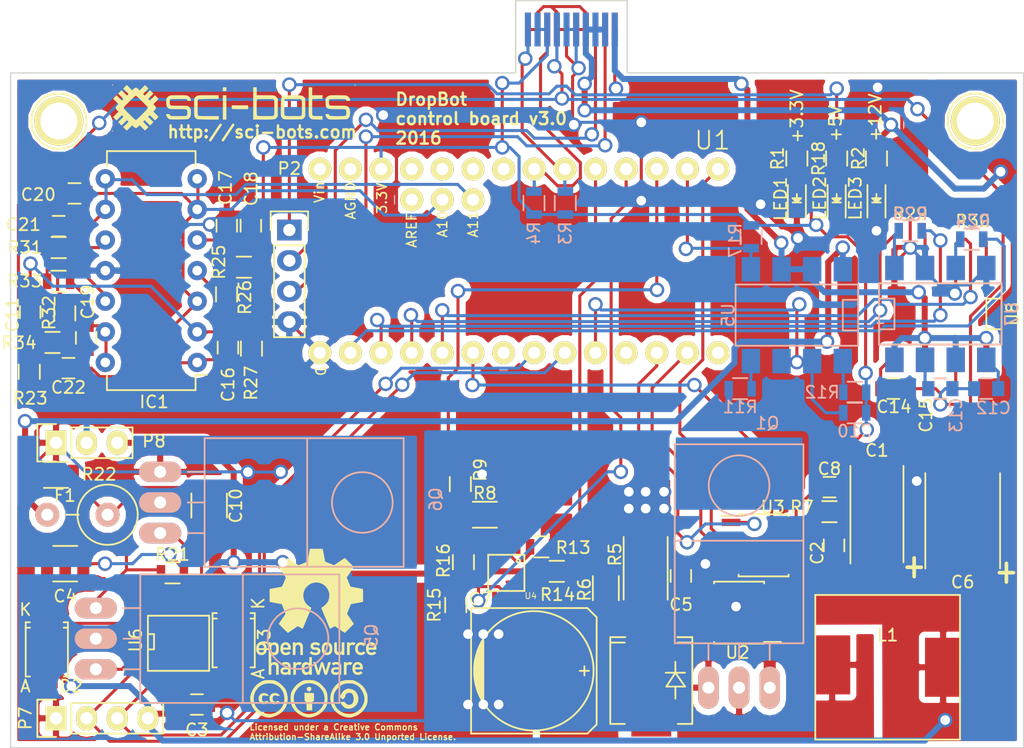
<source format=kicad_pcb>
(kicad_pcb (version 4) (host pcbnew 4.0.1-stable)
  (title_block (title "DropBot control board") (date 2016-12-01) (rev 3.0) (company Sci-bots))
  (layers (0 Front signal) (31 Back signal) (34 B.Paste user) (35 F.Paste user) (36 B.SilkS user) (37 F.SilkS user) (38 B.Mask user) (39 F.Mask user) (44 Edge.Cuts user))
  (net 0 "")
  (net 1 GND)
  (net 2 "Net-(C5-Pad1)")
  (net 3 +12V)
  (net 4 "Net-(C7-Pad1)")
  (net 5 "Net-(D1-Pad2)")
  (net 6 D4/SHDN)
  (net 7 D10/MCP41050_CS)
  (net 8 D11/MOSI)
  (net 9 D12/MISO)
  (net 10 D13/SCK)
  (net 11 A0/SHORT_CHK)
  (net 12 A1/HV_FB)
  (net 13 "Net-(Q1-Pad1)")
  (net 14 "Net-(R7-Pad1)")
  (net 15 "Net-(R11-Pad2)")
  (net 16 "Net-(R12-Pad1)")
  (net 17 "Net-(R13-Pad2)")
  (net 18 HV)
  (net 19 "Net-(R16-Pad1)")
  (net 20 "Net-(LED1-Pad2)")
  (net 21 "Net-(LED2-Pad2)")
  (net 22 VOUT)
  (net 23 "Net-(R6-Pad2)")
  (net 24 +3.3V)
  (net 25 "Net-(U1-Pad20)")
  (net 26 "Net-(U1-Pad21)")
  (net 27 "Net-(U1-Pad22)")
  (net 28 "Net-(U1-Pad23)")
  (net 29 "Net-(U1-Pad25)")
  (net 30 "Net-(U1-Pad26)")
  (net 31 A3/MAX1771_CS)
  (net 32 A2/HV507_CS)
  (net 33 "Net-(C4-Pad1)")
  (net 34 "Net-(C4-Pad2)")
  (net 35 "Net-(C10-Pad1)")
  (net 36 "Net-(C10-Pad2)")
  (net 37 "Net-(Q5-Pad1)")
  (net 38 "Net-(Q6-Pad1)")
  (net 39 "Net-(C11-Pad1)")
  (net 40 CUR_SENSE)
  (net 41 "Net-(C12-Pad1)")
  (net 42 "Net-(C13-Pad1)")
  (net 43 "Net-(C14-Pad1)")
  (net 44 "Net-(C15-Pad1)")
  (net 45 "Net-(C16-Pad1)")
  (net 46 "Net-(C19-Pad1)")
  (net 47 "Net-(C19-Pad2)")
  (net 48 +0.6V)
  (net 49 "Net-(C20-Pad2)")
  (net 50 A11)
  (net 51 "Net-(C21-Pad2)")
  (net 52 "Net-(C22-Pad2)")
  (net 53 D8/OUTPUT_SELECT)
  (net 54 D0)
  (net 55 "Net-(R24-Pad2)")
  (net 56 D1)
  (net 57 "Net-(R28-Pad2)")
  (net 58 D2)
  (net 59 "Net-(R29-Pad2)")
  (net 60 D3)
  (net 61 "Net-(R30-Pad2)")
  (net 62 "Net-(U1-Pad35)")
  (net 63 "Net-(C17-Pad1)")
  (net 64 HVAC)
  (net 65 SCL)
  (net 66 SDA)
  (net 67 D5)
  (net 68 D9)
  (net 69 D7/DRIVER_HI)
  (net 70 D6/DRIVER_LO)
  (net 71 "Net-(LED2-Pad1)")
  (net 72 "Net-(LED3-Pad2)")
  (net 73 +5V)
  (net 74 D+)
  (net 75 D-)
  (module LEDs:LED_0805 (layer Front) (at 89.2 47.4 90)
    (fp_text reference LED1 (at -0.05 -1.35 90) (layer F.SilkS))
    (fp_text value +3.3V (at 6.8 0 90) (layer F.SilkS))
    (pad 2 smd rect (at 1.04902 0 270) (size 1.19888 1.19888) (layers Front F.Paste F.Mask) (net 20 "Net-(LED1-Pad2)"))
    (pad 1 smd rect (at -1.04902 0 270) (size 1.19888 1.19888) (layers Front F.Paste F.Mask) (net 1 GND))
  )
  (module footprints:Teensy-3.2 (layer Front) (at 65.9 52.6)
    (fp_text reference U1 (at 16.3 -10 180) (layer F.SilkS) (effects (font (size 1.5 1.5))))
    (fp_text value Teensy_3.2)
    (fp_text user G (at -16.15 9.15 90) (layer F.SilkS) (effects (font (size 0.8 0.8) (thickness 0.125))))
    (fp_text user 3.3V (at -11.1 -5.2 90) (layer F.SilkS) (effects (font (size 0.8 0.8) (thickness 0.125))))
    (fp_text user AGND (at -13.7 -5 270) (layer F.SilkS) (effects (font (size 0.8 0.8) (thickness 0.125))))
    (fp_text user Vin (at -16.3 -5.7 270) (layer F.SilkS) (effects (font (size 0.8 0.8) (thickness 0.125))))
    (fp_text user A11 (at -3.556 -3.048 270) (layer F.SilkS) (effects (font (size 0.8 0.8) (thickness 0.125))))
    (fp_text user A10 (at -6.096 -3.048 270) (layer F.SilkS) (effects (font (size 0.8 0.8) (thickness 0.125))))
    (fp_text user AREF (at -8.636 -2.54 270) (layer F.SilkS) (effects (font (size 0.8 0.8) (thickness 0.125))))
    (pad 35 thru_hole circle (at -8.636 -5.08) (size 1.9 1.9) (drill 1) (layers *.Cu *.Mask F.SilkS) (net 62 "Net-(U1-Pad35)"))
    (pad 34 thru_hole circle (at -6.096 -5.08) (size 1.9 1.9) (drill 1) (layers *.Cu *.Mask F.SilkS) (net 48 +0.6V))
    (pad 33 thru_hole circle (at -3.556 -5.08) (size 1.9 1.9) (drill 1) (layers *.Cu *.Mask F.SilkS) (net 50 A11))
    (pad 0 thru_hole circle (at -13.716 7.62) (size 1.9 1.9) (drill 1) (layers *.Cu *.Mask F.SilkS) (net 54 D0))
    (pad 1 thru_hole circle (at -11.176 7.62) (size 1.9 1.9) (drill 1) (layers *.Cu *.Mask F.SilkS) (net 56 D1))
    (pad 2 thru_hole circle (at -8.636 7.62) (size 1.9 1.9) (drill 1) (layers *.Cu *.Mask F.SilkS) (net 58 D2))
    (pad 3 thru_hole circle (at -6.096 7.62) (size 1.9 1.9) (drill 1) (layers *.Cu *.Mask F.SilkS) (net 60 D3))
    (pad 4 thru_hole circle (at -3.556 7.62) (size 1.9 1.9) (drill 1) (layers *.Cu *.Mask F.SilkS) (net 6 D4/SHDN))
    (pad 5 thru_hole circle (at -1.016 7.62) (size 1.9 1.9) (drill 1) (layers *.Cu *.Mask F.SilkS) (net 67 D5))
    (pad 6 thru_hole circle (at 1.524 7.62) (size 1.9 1.9) (drill 1) (layers *.Cu *.Mask F.SilkS) (net 70 D6/DRIVER_LO))
    (pad 7 thru_hole circle (at 4.064 7.62) (size 1.9 1.9) (drill 1) (layers *.Cu *.Mask F.SilkS) (net 69 D7/DRIVER_HI))
    (pad 8 thru_hole circle (at 6.604 7.62) (size 1.9 1.9) (drill 1) (layers *.Cu *.Mask F.SilkS) (net 53 D8/OUTPUT_SELECT))
    (pad 9 thru_hole circle (at 9.144 7.62) (size 1.9 1.9) (drill 1) (layers *.Cu *.Mask F.SilkS) (net 68 D9))
    (pad 10 thru_hole circle (at 11.684 7.62) (size 1.9 1.9) (drill 1) (layers *.Cu *.Mask F.SilkS) (net 7 D10/MCP41050_CS))
    (pad 11 thru_hole circle (at 14.224 7.62) (size 1.9 1.9) (drill 1) (layers *.Cu *.Mask F.SilkS) (net 8 D11/MOSI))
    (pad 12 thru_hole circle (at 16.764 7.62) (size 1.9 1.9) (drill 1) (layers *.Cu *.Mask F.SilkS) (net 9 D12/MISO))
    (pad 13 thru_hole circle (at 16.764 -7.62) (size 1.9 1.9) (drill 1) (layers *.Cu *.Mask F.SilkS) (net 10 D13/SCK))
    (pad 14 thru_hole circle (at 14.224 -7.62) (size 1.9 1.9) (drill 1) (layers *.Cu *.Mask F.SilkS) (net 11 A0/SHORT_CHK))
    (pad 15 thru_hole circle (at 11.684 -7.62) (size 1.9 1.9) (drill 1) (layers *.Cu *.Mask F.SilkS) (net 12 A1/HV_FB))
    (pad 16 thru_hole circle (at 9.144 -7.62) (size 1.9 1.9) (drill 1) (layers *.Cu *.Mask F.SilkS) (net 32 A2/HV507_CS))
    (pad 17 thru_hole circle (at 6.604 -7.62) (size 1.9 1.9) (drill 1) (layers *.Cu *.Mask F.SilkS) (net 31 A3/MAX1771_CS))
    (pad 18 thru_hole circle (at 4.064 -7.62) (size 1.9 1.9) (drill 1) (layers *.Cu *.Mask F.SilkS) (net 66 SDA))
    (pad 19 thru_hole circle (at 1.524 -7.62) (size 1.9 1.9) (drill 1) (layers *.Cu *.Mask F.SilkS) (net 65 SCL))
    (pad 20 thru_hole circle (at -1.016 -7.62) (size 1.9 1.9) (drill 1) (layers *.Cu *.Mask F.SilkS) (net 25 "Net-(U1-Pad20)"))
    (pad 21 thru_hole circle (at -3.556 -7.62) (size 1.9 1.9) (drill 1) (layers *.Cu *.Mask F.SilkS) (net 26 "Net-(U1-Pad21)"))
    (pad 22 thru_hole circle (at -6.096 -7.62) (size 1.9 1.9) (drill 1) (layers *.Cu *.Mask F.SilkS) (net 27 "Net-(U1-Pad22)"))
    (pad 23 thru_hole circle (at -8.636 -7.62) (size 1.9 1.9) (drill 1) (layers *.Cu *.Mask F.SilkS) (net 28 "Net-(U1-Pad23)"))
    (pad 24 thru_hole circle (at -11.176 -7.62) (size 1.9 1.9) (drill 1) (layers *.Cu *.Mask F.SilkS) (net 24 +3.3V))
    (pad 25 thru_hole circle (at -13.716 -7.62) (size 1.9 1.9) (drill 1) (layers *.Cu *.Mask F.SilkS) (net 29 "Net-(U1-Pad25)"))
    (pad 26 thru_hole circle (at -16.256 -7.62) (size 1.9 1.9) (drill 1) (layers *.Cu *.Mask F.SilkS) (net 30 "Net-(U1-Pad26)"))
    (pad 27 thru_hole circle (at -16.256 7.62) (size 1.9 1.9) (drill 1) (layers *.Cu *.Mask F.SilkS) (net 1 GND))
  )
  (module Housings_DIP:DIP-14_W7.62mm (layer Front) (at 39.475 61.025 180)
    (fp_text reference IC1 (at 3.575 -3.275 180) (layer F.SilkS))
    (fp_text value MCP6024)
    (pad 1 thru_hole oval (at 0 0 180) (size 1.6 1.6) (drill 0.8) (layers *.Cu *.Mask) (net 45 "Net-(C16-Pad1)"))
    (pad 2 thru_hole oval (at 0 2.54 180) (size 1.6 1.6) (drill 0.8) (layers *.Cu *.Mask) (net 39 "Net-(C11-Pad1)"))
    (pad 3 thru_hole oval (at 0 5.08 180) (size 1.6 1.6) (drill 0.8) (layers *.Cu *.Mask) (net 48 +0.6V))
    (pad 4 thru_hole oval (at 0 7.62 180) (size 1.6 1.6) (drill 0.8) (layers *.Cu *.Mask) (net 24 +3.3V))
    (pad 5 thru_hole oval (at 0 10.16 180) (size 1.6 1.6) (drill 0.8) (layers *.Cu *.Mask) (net 63 "Net-(C17-Pad1)"))
    (pad 6 thru_hole oval (at 0 12.7 180) (size 1.6 1.6) (drill 0.8) (layers *.Cu *.Mask) (net 48 +0.6V))
    (pad 7 thru_hole oval (at 0 15.24 180) (size 1.6 1.6) (drill 0.8) (layers *.Cu *.Mask) (net 48 +0.6V))
    (pad 8 thru_hole oval (at 7.62 15.24 180) (size 1.6 1.6) (drill 0.8) (layers *.Cu *.Mask) (net 50 A11))
    (pad 9 thru_hole oval (at 7.62 12.7 180) (size 1.6 1.6) (drill 0.8) (layers *.Cu *.Mask) (net 50 A11))
    (pad 10 thru_hole oval (at 7.62 10.16 180) (size 1.6 1.6) (drill 0.8) (layers *.Cu *.Mask) (net 49 "Net-(C20-Pad2)"))
    (pad 11 thru_hole oval (at 7.62 7.62 180) (size 1.6 1.6) (drill 0.8) (layers *.Cu *.Mask) (net 1 GND))
    (pad 12 thru_hole oval (at 7.62 5.08 180) (size 1.6 1.6) (drill 0.8) (layers *.Cu *.Mask) (net 52 "Net-(C22-Pad2)"))
    (pad 13 thru_hole oval (at 7.62 2.54 180) (size 1.6 1.6) (drill 0.8) (layers *.Cu *.Mask) (net 46 "Net-(C19-Pad1)"))
    (pad 14 thru_hole oval (at 7.62 0 180) (size 1.6 1.6) (drill 0.8) (layers *.Cu *.Mask) (net 46 "Net-(C19-Pad1)"))
  )
  (module LOGO (layer Front) (at 42.5 39.9)
    (fp_text reference G*** hide)
    (fp_text value LOGO hide)
  )
  (module TO_SOT_Packages_THT:TO-220_Neutral123_Horizontal_LargePads (layer Back) (at 36.403 72.644 90)
    (fp_text reference Q6 (at 0.24892 22.84984 90) (layer B.SilkS) (effects (justify mirror)))
    (fp_text value IRF740BPBF)
    (pad 2 thru_hole oval (at 0 0) (size 3.50012 1.69926) (drill 1.00076) (layers *.Cu *.Mask B.SilkS) (net 35 "Net-(C10-Pad1)"))
    (pad 1 thru_hole oval (at -2.54 0) (size 3.50012 1.69926) (drill 1.00076) (layers *.Cu *.Mask B.SilkS) (net 38 "Net-(Q6-Pad1)"))
    (pad 3 thru_hole oval (at 2.54 0) (size 3.50012 1.69926) (drill 1.00076) (layers *.Cu *.Mask B.SilkS) (net 1 GND))
    (pad 2 smd rect (at 0 16.764 90) (size 11 9) (layers Back B.Paste B.Mask) (net 35 "Net-(C10-Pad1)"))
  )
  (module TO_SOT_Packages_THT:TO-220_Neutral123_Horizontal_LargePads (layer Back) (at 31.069 83.947 90)
    (fp_text reference Q5 (at 0.24892 22.84984 90) (layer B.SilkS) (effects (justify mirror)))
    (fp_text value IRF740BPBF)
    (pad 2 thru_hole oval (at 0 0) (size 3.50012 1.69926) (drill 1.00076) (layers *.Cu *.Mask B.SilkS) (net 18 HV))
    (pad 1 thru_hole oval (at -2.54 0) (size 3.50012 1.69926) (drill 1.00076) (layers *.Cu *.Mask B.SilkS) (net 37 "Net-(Q5-Pad1)"))
    (pad 3 thru_hole oval (at 2.54 0) (size 3.50012 1.69926) (drill 1.00076) (layers *.Cu *.Mask B.SilkS) (net 35 "Net-(C10-Pad1)"))
    (pad 2 smd rect (at 0 16.764 90) (size 11 9) (layers Back B.Paste B.Mask) (net 18 HV))
  )
  (module TO_SOT_Packages_THT:TO-220_Neutral123_Horizontal_LargePads (layer Back) (at 84.409 88.011 180)
    (fp_text reference Q1 (at -2.343 21.942 180) (layer B.SilkS) (effects (justify mirror)))
    (fp_text value STP33N65M2)
    (pad 2 thru_hole oval (at 0 0 90) (size 3.50012 1.69926) (drill 1.00076) (layers *.Cu *.Mask B.SilkS) (net 5 "Net-(D1-Pad2)"))
    (pad 1 thru_hole oval (at -2.54 0 90) (size 3.50012 1.69926) (drill 1.00076) (layers *.Cu *.Mask B.SilkS) (net 13 "Net-(Q1-Pad1)"))
    (pad 3 thru_hole oval (at 2.54 0 90) (size 3.50012 1.69926) (drill 1.00076) (layers *.Cu *.Mask B.SilkS) (net 31 A3/MAX1771_CS))
    (pad "" smd rect (at 0 17.764 180) (size 10.5 6) (layers Back B.Paste B.Mask))
  )
  (module SMD_Packages:DIP-8_SMD (layer Back) (at 101.1 57)
    (fp_text reference U7 (at 5.9 0 90) (layer B.SilkS) (effects (justify mirror)))
    (fp_text value "DPST (2 Form A), 350V" hide)
    (pad 1 smd rect (at -3.81 -3.81) (size 1.524 2.032) (layers Back B.Paste B.Mask) (net 57 "Net-(R28-Pad2)"))
    (pad 2 smd rect (at -1.27 -3.81) (size 1.524 2.032) (layers Back B.Paste B.Mask) (net 1 GND))
    (pad 3 smd rect (at 1.27 -3.81) (size 1.524 2.032) (layers Back B.Paste B.Mask) (net 55 "Net-(R24-Pad2)"))
    (pad 4 smd rect (at 3.81 -3.81) (size 1.524 2.032) (layers Back B.Paste B.Mask) (net 1 GND))
    (pad 5 smd rect (at 3.81 3.81) (size 1.524 2.032) (layers Back B.Paste B.Mask) (net 41 "Net-(C12-Pad1)"))
    (pad 6 smd rect (at 1.27 3.81) (size 1.524 2.032) (layers Back B.Paste B.Mask) (net 22 VOUT))
    (pad 7 smd rect (at -1.27 3.81) (size 1.524 2.032) (layers Back B.Paste B.Mask) (net 42 "Net-(C13-Pad1)"))
    (pad 8 smd rect (at -3.81 3.81) (size 1.524 2.032) (layers Back B.Paste B.Mask) (net 22 VOUT))
  )
  (module Capacitors_Tantalum_SMD:TantalC_SizeD_EIA-7343_Reflow (layer Front) (at 95.839 73.406 90)
    (fp_text reference C1 (at 5.08 0 180) (layer F.SilkS))
    (fp_text value 10uF)
    (pad 2 smd rect (at 3.12 0 90) (size 2.37 2.43) (layers Front F.Paste F.Mask) (net 1 GND))
    (pad 1 smd rect (at -3.12 0 90) (size 2.37 2.43) (layers Front F.Paste F.Mask) (net 3 +12V))
  )
  (module Capacitors_Tantalum_SMD:TantalC_SizeE_EIA-7360_Reflow (layer Front) (at 102.951 73.914 90)
    (fp_text reference C6 (at -5.334 0 180) (layer F.SilkS))
    (fp_text value 100uF,35V)
    (pad 2 smd rect (at 3.12 0 90) (size 2.37 4.13) (layers Front F.Paste F.Mask) (net 1 GND))
    (pad 1 smd rect (at -3.12 0 90) (size 2.37 4.13) (layers Front F.Paste F.Mask) (net 3 +12V))
  )
  (module LEDs:LED_0805 (layer Front) (at 92.5 47.4 90)
    (fp_text reference LED2 (at 0 -1.4 90) (layer F.SilkS))
    (fp_text value +5V (at 6.2 -0.1 90) (layer F.SilkS))
    (pad 2 smd rect (at 1.04902 0 270) (size 1.19888 1.19888) (layers Front F.Paste F.Mask) (net 21 "Net-(LED2-Pad2)"))
    (pad 1 smd rect (at -1.04902 0 270) (size 1.19888 1.19888) (layers Front F.Paste F.Mask) (net 71 "Net-(LED2-Pad1)"))
  )
  (module Housings_SOIC:SOIC-8_3.9x4.9mm_Pitch1.27mm (layer Front) (at 84.409 81.788 180)
    (fp_text reference U2 (at 0.127 -3.302 360) (layer F.SilkS))
    (fp_text value MAX1771)
    (pad 1 smd rect (at -2.7 -1.905 180) (size 1.55 0.6) (layers Front F.Paste F.Mask) (net 13 "Net-(Q1-Pad1)"))
    (pad 2 smd rect (at -2.7 -0.635 180) (size 1.55 0.6) (layers Front F.Paste F.Mask) (net 3 +12V))
    (pad 3 smd rect (at -2.7 0.635 180) (size 1.55 0.6) (layers Front F.Paste F.Mask) (net 23 "Net-(R6-Pad2)"))
    (pad 4 smd rect (at -2.7 1.905 180) (size 1.55 0.6) (layers Front F.Paste F.Mask) (net 6 D4/SHDN))
    (pad 5 smd rect (at 2.7 1.905 180) (size 1.55 0.6) (layers Front F.Paste F.Mask) (net 2 "Net-(C5-Pad1)"))
    (pad 6 smd rect (at 2.7 0.635 180) (size 1.55 0.6) (layers Front F.Paste F.Mask) (net 1 GND))
    (pad 7 smd rect (at 2.7 -0.635 180) (size 1.55 0.6) (layers Front F.Paste F.Mask) (net 1 GND))
    (pad 8 smd rect (at 2.7 -1.905 180) (size 1.55 0.6) (layers Front F.Paste F.Mask) (net 31 A3/MAX1771_CS))
  )
  (module Housings_SOIC:SOIC-8_3.9x4.9mm_Pitch1.27mm (layer Front) (at 86.441 76.2)
    (fp_text reference U3 (at 0.762 -3.175) (layer F.SilkS))
    (fp_text value MCP41050)
    (pad 1 smd rect (at -2.7 -1.905) (size 1.55 0.6) (layers Front F.Paste F.Mask) (net 7 D10/MCP41050_CS))
    (pad 2 smd rect (at -2.7 -0.635) (size 1.55 0.6) (layers Front F.Paste F.Mask) (net 10 D13/SCK))
    (pad 3 smd rect (at -2.7 0.635) (size 1.55 0.6) (layers Front F.Paste F.Mask) (net 8 D11/MOSI))
    (pad 4 smd rect (at -2.7 1.905) (size 1.55 0.6) (layers Front F.Paste F.Mask) (net 1 GND))
    (pad 5 smd rect (at 2.7 1.905) (size 1.55 0.6) (layers Front F.Paste F.Mask) (net 23 "Net-(R6-Pad2)"))
    (pad 6 smd rect (at 2.7 0.635) (size 1.55 0.6) (layers Front F.Paste F.Mask) (net 14 "Net-(R7-Pad1)"))
    (pad 7 smd rect (at 2.7 -0.635) (size 1.55 0.6) (layers Front F.Paste F.Mask) (net 14 "Net-(R7-Pad1)"))
    (pad 8 smd rect (at 2.7 -1.905) (size 1.55 0.6) (layers Front F.Paste F.Mask) (net 24 +3.3V))
  )
  (module footprints:MSOP-8 (layer Front) (at 65.105 78.486 180)
    (fp_text reference U4 (at -2.032 -1.905 180) (layer F.SilkS) (effects (font (size 0.5 0.5) (thickness 0.075))))
    (fp_text value HV7802)
    (pad 1 smd rect (at -0.975 2.1 180) (size 0.4 1.2) (layers Front F.Paste F.Mask) (net 4 "Net-(C7-Pad1)"))
    (pad 2 smd rect (at -0.325 2.1 180) (size 0.4 1.2) (layers Front F.Paste F.Mask) (net 17 "Net-(R13-Pad2)"))
    (pad 3 smd rect (at 0.325 2.1 180) (size 0.4 1.2) (layers Front F.Paste F.Mask) (net 19 "Net-(R16-Pad1)"))
    (pad 4 smd rect (at 0.975 2.1 180) (size 0.4 1.2) (layers Front F.Paste F.Mask))
    (pad 5 smd rect (at 0.975 -2.1 180) (size 0.4 1.2) (layers Front F.Paste F.Mask))
    (pad 6 smd rect (at 0.325 -2.1 180) (size 0.4 1.2) (layers Front F.Paste F.Mask) (net 32 A2/HV507_CS))
    (pad 7 smd rect (at -0.325 -2.1 180) (size 0.4 1.2) (layers Front F.Paste F.Mask))
    (pad 8 smd rect (at -0.975 -2.1 180) (size 0.4 1.2) (layers Front F.Paste F.Mask) (net 1 GND))
  )
  (module SMD_Packages:DIP-8_SMD (layer Back) (at 89.2 57.1 180)
    (fp_text reference U5 (at 5.7 0 450) (layer B.SilkS) (effects (justify mirror)))
    (fp_text value "DPST (2 Form A), 350V")
    (pad 1 smd rect (at -3.81 -3.81 180) (size 1.524 2.032) (layers Back B.Paste B.Mask) (net 16 "Net-(R12-Pad1)"))
    (pad 2 smd rect (at -1.27 -3.81 180) (size 1.524 2.032) (layers Back B.Paste B.Mask) (net 53 D8/OUTPUT_SELECT))
    (pad 3 smd rect (at 1.27 -3.81 180) (size 1.524 2.032) (layers Back B.Paste B.Mask) (net 53 D8/OUTPUT_SELECT))
    (pad 4 smd rect (at 3.81 -3.81 180) (size 1.524 2.032) (layers Back B.Paste B.Mask) (net 15 "Net-(R11-Pad2)"))
    (pad 5 smd rect (at 3.81 3.81 180) (size 1.524 2.032) (layers Back B.Paste B.Mask) (net 11 A0/SHORT_CHK))
    (pad 6 smd rect (at 1.27 3.81 180) (size 1.524 2.032) (layers Back B.Paste B.Mask) (net 22 VOUT))
    (pad 7 smd rect (at -1.27 3.81 180) (size 1.524 2.032) (layers Back B.Paste B.Mask) (net 22 VOUT))
    (pad 8 smd rect (at -3.81 3.81 180) (size 1.524 2.032) (layers Back B.Paste B.Mask) (net 64 HVAC))
  )
  (module Capacitors_SMD:c_elec_10x10 (layer Front) (at 67.391 86.614)
    (fp_text reference C7 (at -4.445 -5.969) (layer F.SilkS))
    (fp_text value 3.3uF,400V)
    (pad 1 smd rect (at 4.0005 0) (size 4.0005 2.4003) (layers Front F.Paste F.Mask) (net 4 "Net-(C7-Pad1)"))
    (pad 2 smd rect (at -4.0005 0) (size 4.0005 2.4003) (layers Front F.Paste F.Mask) (net 1 GND))
  )
  (module Pin_Headers:Pin_Header_Straight_1x03 (layer Front) (at 27.767 67.691 90)
    (fp_text reference P8 (at 0.127 8.128 180) (layer F.SilkS))
    (fp_text value CONN_01X03)
    (pad 1 thru_hole rect (at 0 0 90) (size 2.032 1.7272) (drill 1.016) (layers *.Cu *.Mask F.SilkS) (net 1 GND))
    (pad 2 thru_hole oval (at 0 2.54 90) (size 2.032 1.7272) (drill 1.016) (layers *.Cu *.Mask F.SilkS) (net 64 HVAC))
    (pad 3 thru_hole oval (at 0 5.08 90) (size 2.032 1.7272) (drill 1.016) (layers *.Cu *.Mask F.SilkS) (net 18 HV))
  )
  (module Connect:1pin (layer Front) (at 28 41)
    (fp_text reference REF** hide)
    (fp_text value 1pin hide)
    (pad 1 thru_hole circle (at 0 0) (size 4.064 4.064) (drill 3.048) (layers *.Cu *.Mask F.SilkS))
  )
  (module Connect:1pin (layer Front) (at 104 41)
    (fp_text reference REF** hide)
    (fp_text value 1pin hide)
    (pad 1 thru_hole circle (at 0 0) (size 4.064 4.064) (drill 3.048) (layers *.Cu *.Mask F.SilkS))
  )
  (module Diodes_SMD:SMA_Standard (layer Front) (at 27.005 84.836 270)
    (fp_text reference D2 (at 3.048 -2.032 360) (layer F.SilkS))
    (fp_text value D)
    (fp_text user K (at -3.302 1.778 360) (layer F.SilkS))
    (fp_text user A (at 3.048 1.778 360) (layer F.SilkS))
    (pad 1 smd rect (at -1.99898 0 270) (size 2.49936 1.80086) (layers Front F.Paste F.Mask) (net 34 "Net-(C4-Pad2)"))
    (pad 2 smd rect (at 1.99898 0 270) (size 2.49936 1.80086) (layers Front F.Paste F.Mask) (net 3 +12V))
  )
  (module Diodes_SMD:SMA_Standard (layer Front) (at 42.499 84.074 270)
    (fp_text reference D3 (at 0 -2.54 270) (layer F.SilkS))
    (fp_text value D)
    (fp_text user K (at -3.048 -2.032 450) (layer F.SilkS))
    (fp_text user A (at 2.794 -2.032 450) (layer F.SilkS))
    (pad 1 smd rect (at -1.99898 0 270) (size 2.49936 1.80086) (layers Front F.Paste F.Mask) (net 33 "Net-(C4-Pad1)"))
    (pad 2 smd rect (at 1.99898 0 270) (size 2.49936 1.80086) (layers Front F.Paste F.Mask) (net 1 GND))
  )
  (module Resistors_ThroughHole:Resistor_Vertical_RM5mm (layer Front) (at 29.545 73.66 180)
    (fp_text reference F1 (at 1.043 1.591 180) (layer F.SilkS))
    (fp_text value FUSE)
    (pad 1 thru_hole circle (at -2.49936 0 180) (size 1.99898 1.99898) (drill 1.00076) (layers *.Cu *.SilkS *.Mask) (net 36 "Net-(C10-Pad2)"))
    (pad 2 thru_hole circle (at 2.5019 0 180) (size 1.99898 1.99898) (drill 1.00076) (layers *.Cu *.SilkS *.Mask) (net 64 HVAC))
  )
  (module SMD_Packages:SOIC-8-N (layer Front) (at 37.927 84.328)
    (fp_text reference U6 (at -3.556 -0.254 90) (layer F.SilkS))
    (fp_text value NCP5304)
    (pad 8 smd rect (at -1.905 -3.175) (size 0.508 1.143) (layers Front F.Paste F.Mask) (net 34 "Net-(C4-Pad2)"))
    (pad 7 smd rect (at -0.635 -3.175) (size 0.508 1.143) (layers Front F.Paste F.Mask) (net 37 "Net-(Q5-Pad1)"))
    (pad 6 smd rect (at 0.635 -3.175) (size 0.508 1.143) (layers Front F.Paste F.Mask) (net 33 "Net-(C4-Pad1)"))
    (pad 5 smd rect (at 1.905 -3.175) (size 0.508 1.143) (layers Front F.Paste F.Mask) (net 38 "Net-(Q6-Pad1)"))
    (pad 4 smd rect (at 1.905 3.175) (size 0.508 1.143) (layers Front F.Paste F.Mask) (net 1 GND))
    (pad 3 smd rect (at 0.635 3.175) (size 0.508 1.143) (layers Front F.Paste F.Mask) (net 3 +12V))
    (pad 2 smd rect (at -0.635 3.175) (size 0.508 1.143) (layers Front F.Paste F.Mask) (net 69 D7/DRIVER_HI))
    (pad 1 smd rect (at -1.905 3.175) (size 0.508 1.143) (layers Front F.Paste F.Mask) (net 70 D6/DRIVER_LO))
  )
  (module Capacitors_SMD:C_0805 (layer Front) (at 25.625 56.85 270)
    (fp_text reference C11 (at 0.225 1.475 450) (layer F.SilkS))
    (fp_text value 1uF)
    (pad 1 smd rect (at -1 0 270) (size 1 1.25) (layers Front F.Paste F.Mask) (net 39 "Net-(C11-Pad1)"))
    (pad 2 smd rect (at 1 0 270) (size 1 1.25) (layers Front F.Paste F.Mask) (net 40 CUR_SENSE))
  )
  (module Capacitors_SMD:C_0805 (layer Back) (at 104.9 63.2 180)
    (fp_text reference C12 (at -0.6 -1.6 180) (layer B.SilkS) (effects (justify mirror)))
    (fp_text value 1pF)
    (pad 1 smd rect (at -1 0 180) (size 1 1.25) (layers Back B.Paste B.Mask) (net 41 "Net-(C12-Pad1)"))
    (pad 2 smd rect (at 1 0 180) (size 1 1.25) (layers Back B.Paste B.Mask) (net 40 CUR_SENSE))
  )
  (module Capacitors_SMD:C_0805 (layer Back) (at 101.1 63.2)
    (fp_text reference C13 (at 1.3 2.2 90) (layer B.SilkS) (effects (justify mirror)))
    (fp_text value 10pF)
    (pad 1 smd rect (at -1 0) (size 1 1.25) (layers Back B.Paste B.Mask) (net 42 "Net-(C13-Pad1)"))
    (pad 2 smd rect (at 1 0) (size 1 1.25) (layers Back B.Paste B.Mask) (net 40 CUR_SENSE))
  )
  (module Capacitors_SMD:C_0805 (layer Front) (at 97.2 63.2)
    (fp_text reference C14 (at 0.056 1.508) (layer F.SilkS))
    (fp_text value 100pF)
    (pad 1 smd rect (at -1 0) (size 1 1.25) (layers Front F.Paste F.Mask) (net 43 "Net-(C14-Pad1)"))
    (pad 2 smd rect (at 1 0) (size 1 1.25) (layers Front F.Paste F.Mask) (net 40 CUR_SENSE))
  )
  (module Capacitors_SMD:C_0805 (layer Front) (at 101.1 63.2 180)
    (fp_text reference C15 (at 1.2 -2.2 270) (layer F.SilkS))
    (fp_text value 1nF)
    (pad 1 smd rect (at -1 0 180) (size 1 1.25) (layers Front F.Paste F.Mask) (net 44 "Net-(C15-Pad1)"))
    (pad 2 smd rect (at 1 0 180) (size 1 1.25) (layers Front F.Paste F.Mask) (net 40 CUR_SENSE))
  )
  (module Capacitors_SMD:C_0805 (layer Front) (at 42.025 59.8 90)
    (fp_text reference C16 (at -3.065 0.012 270) (layer F.SilkS))
    (fp_text value 0.1uF)
    (pad 1 smd rect (at -1 0 90) (size 1 1.25) (layers Front F.Paste F.Mask) (net 45 "Net-(C16-Pad1)"))
    (pad 2 smd rect (at 1 0 90) (size 1 1.25) (layers Front F.Paste F.Mask) (net 39 "Net-(C11-Pad1)"))
  )
  (module Capacitors_SMD:C_0805 (layer Front) (at 41.925 49.675 90)
    (fp_text reference C17 (at 3.154 -0.103 90) (layer F.SilkS))
    (fp_text value 0.1uF)
    (pad 1 smd rect (at -1 0 90) (size 1 1.25) (layers Front F.Paste F.Mask) (net 63 "Net-(C17-Pad1)"))
    (pad 2 smd rect (at 1 0 90) (size 1 1.25) (layers Front F.Paste F.Mask) (net 1 GND))
  )
  (module Capacitors_SMD:C_0805 (layer Front) (at 43.925 49.675 90)
    (fp_text reference C18 (at 3.066 0.017 270) (layer F.SilkS))
    (fp_text value 0.1uF)
    (pad 1 smd rect (at -1 0 90) (size 1 1.25) (layers Front F.Paste F.Mask) (net 24 +3.3V))
    (pad 2 smd rect (at 1 0 90) (size 1 1.25) (layers Front F.Paste F.Mask) (net 1 GND))
  )
  (module Capacitors_SMD:C_0805 (layer Front) (at 30.269 58.986 270)
    (fp_text reference C19 (at -2.986 -0.131 450) (layer F.SilkS))
    (fp_text value 0.015uF)
    (pad 1 smd rect (at -1 0 270) (size 1 1.25) (layers Front F.Paste F.Mask) (net 46 "Net-(C19-Pad1)"))
    (pad 2 smd rect (at 1 0 270) (size 1 1.25) (layers Front F.Paste F.Mask) (net 47 "Net-(C19-Pad2)"))
  )
  (module Capacitors_SMD:C_0805 (layer Front) (at 29.3 47 180)
    (fp_text reference C20 (at 3 -0.1 180) (layer F.SilkS))
    (fp_text value 100pF)
    (pad 1 smd rect (at -1 0 180) (size 1 1.25) (layers Front F.Paste F.Mask) (net 48 +0.6V))
    (pad 2 smd rect (at 1 0 180) (size 1 1.25) (layers Front F.Paste F.Mask) (net 49 "Net-(C20-Pad2)"))
  )
  (module Capacitors_SMD:C_0805 (layer Front) (at 27.983 49.715 180)
    (fp_text reference C21 (at 2.921 0.127 180) (layer F.SilkS))
    (fp_text value 470pF)
    (pad 1 smd rect (at -1 0 180) (size 1 1.25) (layers Front F.Paste F.Mask) (net 50 A11))
    (pad 2 smd rect (at 1 0 180) (size 1 1.25) (layers Front F.Paste F.Mask) (net 51 "Net-(C21-Pad2)"))
  )
  (module Capacitors_SMD:C_0805 (layer Front) (at 28.8 61.5 180)
    (fp_text reference C22 (at 0 -1.6 180) (layer F.SilkS))
    (fp_text value 100pF)
    (pad 1 smd rect (at -1 0 180) (size 1 1.25) (layers Front F.Paste F.Mask) (net 48 +0.6V))
    (pad 2 smd rect (at 1 0 180) (size 1 1.25) (layers Front F.Paste F.Mask) (net 52 "Net-(C22-Pad2)"))
  )
  (module Resistors_SMD:R_0805 (layer Front) (at 25.55 61.8 270)
    (fp_text reference R23 (at 2.2 -0.075 360) (layer F.SilkS))
    (fp_text value 1Meg)
    (pad 1 smd rect (at -0.95 0 270) (size 0.7 1.3) (layers Front F.Paste F.Mask) (net 40 CUR_SENSE))
    (pad 2 smd rect (at 0.95 0 270) (size 0.7 1.3) (layers Front F.Paste F.Mask) (net 1 GND))
  )
  (module Resistors_SMD:R_0805 (layer Back) (at 103.7 50.8 180)
    (fp_text reference R24 (at -0.1 1.5 180) (layer B.SilkS) (effects (justify mirror)))
    (fp_text value 200)
    (pad 1 smd rect (at -0.95 0 180) (size 0.7 1.3) (layers Back B.Paste B.Mask) (net 54 D0))
    (pad 2 smd rect (at 0.95 0 180) (size 0.7 1.3) (layers Back B.Paste B.Mask) (net 55 "Net-(R24-Pad2)"))
  )
  (module Resistors_SMD:R_0805 (layer Front) (at 43.346 53.119 180)
    (fp_text reference R25 (at 2.071 0.414 450) (layer F.SilkS))
    (fp_text value 10k)
    (pad 1 smd rect (at -0.95 0 180) (size 0.7 1.3) (layers Front F.Paste F.Mask) (net 24 +3.3V))
    (pad 2 smd rect (at 0.95 0 180) (size 0.7 1.3) (layers Front F.Paste F.Mask) (net 63 "Net-(C17-Pad1)"))
  )
  (module Resistors_SMD:R_0805 (layer Front) (at 41.91 55.372 270)
    (fp_text reference R26 (at 0.254 -1.524 450) (layer F.SilkS))
    (fp_text value 2.2k)
    (pad 1 smd rect (at -0.95 0 270) (size 0.7 1.3) (layers Front F.Paste F.Mask) (net 63 "Net-(C17-Pad1)"))
    (pad 2 smd rect (at 0.95 0 270) (size 0.7 1.3) (layers Front F.Paste F.Mask) (net 1 GND))
  )
  (module Resistors_SMD:R_0805 (layer Front) (at 43.975 59.875 90)
    (fp_text reference R27 (at -2.863 -0.033 270) (layer F.SilkS))
    (fp_text value 1Meg)
    (pad 1 smd rect (at -0.95 0 90) (size 0.7 1.3) (layers Front F.Paste F.Mask) (net 45 "Net-(C16-Pad1)"))
    (pad 2 smd rect (at 0.95 0 90) (size 0.7 1.3) (layers Front F.Paste F.Mask) (net 39 "Net-(C11-Pad1)"))
  )
  (module Resistors_SMD:R_0805 (layer Back) (at 98.6 50.1 180)
    (fp_text reference R28 (at 0 1.4 180) (layer B.SilkS) (effects (justify mirror)))
    (fp_text value 200)
    (pad 1 smd rect (at -0.95 0 180) (size 0.7 1.3) (layers Back B.Paste B.Mask) (net 56 D1))
    (pad 2 smd rect (at 0.95 0 180) (size 0.7 1.3) (layers Back B.Paste B.Mask) (net 57 "Net-(R28-Pad2)"))
  )
  (module Resistors_SMD:R_0805 (layer Front) (at 98.6 50.1)
    (fp_text reference R29 (at 0 -1.4) (layer F.SilkS))
    (fp_text value 200)
    (pad 1 smd rect (at -0.95 0) (size 0.7 1.3) (layers Front F.Paste F.Mask) (net 58 D2))
    (pad 2 smd rect (at 0.95 0) (size 0.7 1.3) (layers Front F.Paste F.Mask) (net 59 "Net-(R29-Pad2)"))
  )
  (module Resistors_SMD:R_0805 (layer Front) (at 103.7 50.8)
    (fp_text reference R30 (at 0.1 -1.5) (layer F.SilkS))
    (fp_text value 200)
    (pad 1 smd rect (at -0.95 0) (size 0.7 1.3) (layers Front F.Paste F.Mask) (net 60 D3))
    (pad 2 smd rect (at 0.95 0) (size 0.7 1.3) (layers Front F.Paste F.Mask) (net 61 "Net-(R30-Pad2)"))
  )
  (module Resistors_SMD:R_0805 (layer Front) (at 27.983 51.493)
    (fp_text reference R31 (at -2.794 0) (layer F.SilkS))
    (fp_text value 18.7k)
    (pad 1 smd rect (at -0.95 0) (size 0.7 1.3) (layers Front F.Paste F.Mask) (net 51 "Net-(C21-Pad2)"))
    (pad 2 smd rect (at 0.95 0) (size 0.7 1.3) (layers Front F.Paste F.Mask) (net 49 "Net-(C20-Pad2)"))
  )
  (module Resistors_SMD:R_0805 (layer Front) (at 28.491 56.954 90)
    (fp_text reference R32 (at 0.054 -1.291 90) (layer F.SilkS))
    (fp_text value 2.1k)
    (pad 1 smd rect (at -0.95 0 90) (size 0.7 1.3) (layers Front F.Paste F.Mask) (net 47 "Net-(C19-Pad2)"))
    (pad 2 smd rect (at 0.95 0 90) (size 0.7 1.3) (layers Front F.Paste F.Mask) (net 52 "Net-(C22-Pad2)"))
  )
  (module Resistors_SMD:R_0805 (layer Front) (at 27.983 54.287 180)
    (fp_text reference R33 (at 2.808 0.012 180) (layer F.SilkS))
    (fp_text value 14.7k)
    (pad 1 smd rect (at -0.95 0 180) (size 0.7 1.3) (layers Front F.Paste F.Mask) (net 46 "Net-(C19-Pad1)"))
    (pad 2 smd rect (at 0.95 0 180) (size 0.7 1.3) (layers Front F.Paste F.Mask) (net 51 "Net-(C21-Pad2)"))
  )
  (module Resistors_SMD:R_0805 (layer Front) (at 27.475 59.367)
    (fp_text reference R34 (at -2.775 0.033) (layer F.SilkS))
    (fp_text value 887)
    (pad 1 smd rect (at -0.95 0) (size 0.7 1.3) (layers Front F.Paste F.Mask) (net 45 "Net-(C16-Pad1)"))
    (pad 2 smd rect (at 0.95 0) (size 0.7 1.3) (layers Front F.Paste F.Mask) (net 47 "Net-(C19-Pad2)"))
  )
  (module SMD_Packages:DIP-8_SMD (layer Front) (at 101.1 57 180)
    (fp_text reference U8 (at -6 0 270) (layer F.SilkS))
    (fp_text value "DPST (2 Form A), 350V" hide)
    (pad 1 smd rect (at -3.81 3.81 180) (size 1.524 2.032) (layers Front F.Paste F.Mask) (net 61 "Net-(R30-Pad2)"))
    (pad 2 smd rect (at -1.27 3.81 180) (size 1.524 2.032) (layers Front F.Paste F.Mask) (net 1 GND))
    (pad 3 smd rect (at 1.27 3.81 180) (size 1.524 2.032) (layers Front F.Paste F.Mask) (net 59 "Net-(R29-Pad2)"))
    (pad 4 smd rect (at 3.81 3.81 180) (size 1.524 2.032) (layers Front F.Paste F.Mask) (net 1 GND))
    (pad 5 smd rect (at 3.81 -3.81 180) (size 1.524 2.032) (layers Front F.Paste F.Mask) (net 43 "Net-(C14-Pad1)"))
    (pad 6 smd rect (at 1.27 -3.81 180) (size 1.524 2.032) (layers Front F.Paste F.Mask) (net 22 VOUT))
    (pad 7 smd rect (at -1.27 -3.81 180) (size 1.524 2.032) (layers Front F.Paste F.Mask) (net 44 "Net-(C15-Pad1)"))
    (pad 8 smd rect (at -3.81 -3.81 180) (size 1.524 2.032) (layers Front F.Paste F.Mask) (net 22 VOUT))
  )
  (module Capacitors_SMD:C_0805 (layer Front) (at 92.283 76.2 90)
    (fp_text reference C2 (at -0.635 -1.397 90) (layer F.SilkS))
    (fp_text value 0.1uF)
    (pad 1 smd rect (at -1 0 90) (size 1 1.25) (layers Front F.Paste F.Mask) (net 3 +12V))
    (pad 2 smd rect (at 1 0 90) (size 1 1.25) (layers Front F.Paste F.Mask) (net 1 GND))
  )
  (module Capacitors_SMD:C_0805 (layer Front) (at 39.451 89.408 180)
    (fp_text reference C3 (at 0 -2.1 180) (layer F.SilkS))
    (fp_text value 0.1uF)
    (pad 1 smd rect (at -1 0 180) (size 1 1.25) (layers Front F.Paste F.Mask) (net 1 GND))
    (pad 2 smd rect (at 1 0 180) (size 1 1.25) (layers Front F.Paste F.Mask) (net 3 +12V))
  )
  (module Capacitors_SMD:C_0805 (layer Front) (at 79.583 78.74 90)
    (fp_text reference C5 (at -2.379 0.019 180) (layer F.SilkS))
    (fp_text value 0.1uF)
    (pad 1 smd rect (at -1 0 90) (size 1 1.25) (layers Front F.Paste F.Mask) (net 2 "Net-(C5-Pad1)"))
    (pad 2 smd rect (at 1 0 90) (size 1 1.25) (layers Front F.Paste F.Mask) (net 1 GND))
  )
  (module Capacitors_SMD:C_0805 (layer Front) (at 91.902 71.374 180)
    (fp_text reference C8 (at 0 1.524 180) (layer F.SilkS))
    (fp_text value 0.1uF)
    (pad 1 smd rect (at -1 0 180) (size 1 1.25) (layers Front F.Paste F.Mask) (net 1 GND))
    (pad 2 smd rect (at 1 0 180) (size 1 1.25) (layers Front F.Paste F.Mask) (net 24 +3.3V))
  )
  (module Pin_Headers:Pin_Header_Straight_1x04 (layer Front) (at 27.767 90.551 90)
    (fp_text reference P7 (at 0 -2.54 90) (layer F.SilkS))
    (fp_text value CONN_01X04)
    (pad 1 thru_hole rect (at 0 0 90) (size 2.032 1.7272) (drill 1.016) (layers *.Cu *.Mask F.SilkS) (net 1 GND))
    (pad 2 thru_hole oval (at 0 2.54 90) (size 2.032 1.7272) (drill 1.016) (layers *.Cu *.Mask F.SilkS) (net 69 D7/DRIVER_HI))
    (pad 3 thru_hole oval (at 0 5.08 90) (size 2.032 1.7272) (drill 1.016) (layers *.Cu *.Mask F.SilkS) (net 70 D6/DRIVER_LO))
    (pad 4 thru_hole oval (at 0 7.62 90) (size 2.032 1.7272) (drill 1.016) (layers *.Cu *.Mask F.SilkS) (net 3 +12V))
  )
  (module Resistors_SMD:R_0805 (layer Front) (at 89.2 44.1 270)
    (fp_text reference R1 (at 0 1.6 270) (layer F.SilkS))
    (fp_text value 1k)
    (pad 1 smd rect (at -0.95 0 270) (size 0.7 1.3) (layers Front F.Paste F.Mask) (net 24 +3.3V))
    (pad 2 smd rect (at 0.95 0 270) (size 0.7 1.3) (layers Front F.Paste F.Mask) (net 20 "Net-(LED1-Pad2)"))
  )
  (module Resistors_SMD:R_0805 (layer Front) (at 95.8 44.1 270)
    (fp_text reference R2 (at 0 1.5 450) (layer F.SilkS))
    (fp_text value 2k)
    (pad 1 smd rect (at -0.95 0 270) (size 0.7 1.3) (layers Front F.Paste F.Mask) (net 3 +12V))
    (pad 2 smd rect (at 0.95 0 270) (size 0.7 1.3) (layers Front F.Paste F.Mask) (net 72 "Net-(LED3-Pad2)"))
  )
  (module Resistors_SMD:R_0805 (layer Front) (at 91.902 73.406)
    (fp_text reference R7 (at -2.286 -0.381) (layer F.SilkS))
    (fp_text value 2k)
    (pad 1 smd rect (at -0.95 0) (size 0.7 1.3) (layers Front F.Paste F.Mask) (net 14 "Net-(R7-Pad1)"))
    (pad 2 smd rect (at 0.95 0) (size 0.7 1.3) (layers Front F.Paste F.Mask) (net 1 GND))
  )
  (module Resistors_SMD:R_0805 (layer Front) (at 61.295 71.12 270)
    (fp_text reference R9 (at -1.176 -1.657 270) (layer F.SilkS))
    (fp_text value 20k)
    (pad 1 smd rect (at -0.95 0 270) (size 0.7 1.3) (layers Front F.Paste F.Mask) (net 1 GND))
    (pad 2 smd rect (at 0.95 0 270) (size 0.7 1.3) (layers Front F.Paste F.Mask) (net 12 A1/HV_FB))
  )
  (module Resistors_SMD:R_0805 (layer Back) (at 94 65.2 180)
    (fp_text reference R10 (at 0 -1.524 180) (layer B.SilkS) (effects (justify mirror)))
    (fp_text value 4.75k)
    (pad 1 smd rect (at -0.95 0 180) (size 0.7 1.3) (layers Back B.Paste B.Mask) (net 24 +3.3V))
    (pad 2 smd rect (at 0.95 0 180) (size 0.7 1.3) (layers Back B.Paste B.Mask) (net 53 D8/OUTPUT_SELECT))
  )
  (module Resistors_SMD:R_0805 (layer Back) (at 84.5 63.2)
    (fp_text reference R11 (at 0 1.524) (layer B.SilkS) (effects (justify mirror)))
    (fp_text value 200)
    (pad 1 smd rect (at -0.95 0) (size 0.7 1.3) (layers Back B.Paste B.Mask) (net 1 GND))
    (pad 2 smd rect (at 0.95 0) (size 0.7 1.3) (layers Back B.Paste B.Mask) (net 15 "Net-(R11-Pad2)"))
  )
  (module Resistors_SMD:R_0805 (layer Back) (at 94 63.5)
    (fp_text reference R12 (at -2.7 0) (layer B.SilkS) (effects (justify mirror)))
    (fp_text value 200)
    (pad 1 smd rect (at -0.95 0) (size 0.7 1.3) (layers Back B.Paste B.Mask) (net 16 "Net-(R12-Pad1)"))
    (pad 2 smd rect (at 0.95 0) (size 0.7 1.3) (layers Back B.Paste B.Mask) (net 24 +3.3V))
  )
  (module Resistors_SMD:R_0805 (layer Front) (at 68.026 76.327 180)
    (fp_text reference R13 (at -2.626 -0.067 360) (layer F.SilkS))
    (fp_text value 5.1k)
    (pad 1 smd rect (at -0.95 0 180) (size 0.7 1.3) (layers Front F.Paste F.Mask) (net 4 "Net-(C7-Pad1)"))
    (pad 2 smd rect (at 0.95 0 180) (size 0.7 1.3) (layers Front F.Paste F.Mask) (net 17 "Net-(R13-Pad2)"))
  )
  (module Resistors_SMD:R_0805 (layer Front) (at 69.296 78.359)
    (fp_text reference R14 (at 0.056 1.935) (layer F.SilkS))
    (fp_text value 5.1)
    (pad 1 smd rect (at -0.95 0) (size 0.7 1.3) (layers Front F.Paste F.Mask) (net 18 HV))
    (pad 2 smd rect (at 0.95 0) (size 0.7 1.3) (layers Front F.Paste F.Mask) (net 4 "Net-(C7-Pad1)"))
  )
  (module Resistors_SMD:R_0805 (layer Front) (at 60.914 81.153 90)
    (fp_text reference R15 (at 0 -1.778 90) (layer F.SilkS))
    (fp_text value 51k)
    (pad 1 smd rect (at -0.95 0 90) (size 0.7 1.3) (layers Front F.Paste F.Mask) (net 1 GND))
    (pad 2 smd rect (at 0.95 0 90) (size 0.7 1.3) (layers Front F.Paste F.Mask) (net 32 A2/HV507_CS))
  )
  (module Resistors_SMD:R_0805 (layer Front) (at 61.549 77.597 270)
    (fp_text reference R16 (at -0.127 1.651 270) (layer F.SilkS))
    (fp_text value 100k)
    (pad 1 smd rect (at -0.95 0 270) (size 0.7 1.3) (layers Front F.Paste F.Mask) (net 19 "Net-(R16-Pad1)"))
    (pad 2 smd rect (at 0.95 0 270) (size 0.7 1.3) (layers Front F.Paste F.Mask) (net 18 HV))
  )
  (module Resistors_SMD:R_0805 (layer Back) (at 85.4 50.6 270)
    (fp_text reference R17 (at 0.3 1.3 270) (layer B.SilkS) (effects (justify mirror)))
    (fp_text value 51k)
    (pad 1 smd rect (at -0.95 0 270) (size 0.7 1.3) (layers Back B.Paste B.Mask) (net 24 +3.3V))
    (pad 2 smd rect (at 0.95 0 270) (size 0.7 1.3) (layers Back B.Paste B.Mask) (net 11 A0/SHORT_CHK))
  )
  (module Resistors_SMD:R_0805 (layer Front) (at 37.419 78.486)
    (fp_text reference R21 (at 0 -1.524) (layer F.SilkS))
    (fp_text value 10)
    (pad 1 smd rect (at -0.95 0) (size 0.7 1.3) (layers Front F.Paste F.Mask) (net 35 "Net-(C10-Pad1)"))
    (pad 2 smd rect (at 0.95 0) (size 0.7 1.3) (layers Front F.Paste F.Mask) (net 33 "Net-(C4-Pad1)"))
  )
  (module Resistors_SMD:R_1206 (layer Front) (at 73.36 79.756 90)
    (fp_text reference R6 (at -0.127 -1.778 90) (layer F.SilkS))
    (fp_text value 2M)
    (pad 1 smd rect (at -1.45 0 90) (size 0.9 1.7) (layers Front F.Paste F.Mask) (net 4 "Net-(C7-Pad1)"))
    (pad 2 smd rect (at 1.45 0 90) (size 0.9 1.7) (layers Front F.Paste F.Mask) (net 23 "Net-(R6-Pad2)"))
  )
  (module Resistors_SMD:R_1206 (layer Front) (at 63.327 73.66)
    (fp_text reference R8 (at 0 -1.778) (layer F.SilkS))
    (fp_text value 2M)
    (pad 1 smd rect (at -1.45 0) (size 0.9 1.7) (layers Front F.Paste F.Mask) (net 12 A1/HV_FB))
    (pad 2 smd rect (at 1.45 0) (size 0.9 1.7) (layers Front F.Paste F.Mask) (net 4 "Net-(C7-Pad1)"))
  )
  (module Resistors_SMD:R_2512 (layer Front) (at 76.662 78.105 90)
    (fp_text reference R5 (at 1.143 -2.54 90) (layer F.SilkS))
    (fp_text value 30m)
    (pad 1 smd rect (at -3.1 0 90) (size 1 3.2) (layers Front F.Paste F.Mask) (net 31 A3/MAX1771_CS))
    (pad 2 smd rect (at 3.1 0 90) (size 1 3.2) (layers Front F.Paste F.Mask) (net 1 GND))
  )
  (module footprints:OSHW_logo_10mm (layer Front) (at 49.352 81.719)
    (fp_text reference G*** hide)
    (fp_text value LOGO hide)
  )
  (module footprints:CC_S_A_logo_10mm (layer Front) (at 48.727 88.894)
    (fp_text reference G*** hide)
    (fp_text value LOGO hide)
  )
  (module Capacitors_SMD:C_1210 (layer Front) (at 28.529 77.724 180)
    (fp_text reference C4 (at 0 -2.7 180) (layer F.SilkS))
    (fp_text value 100n,500V)
    (pad 1 smd rect (at -1.5 0 180) (size 1 2.5) (layers Front F.Paste F.Mask) (net 33 "Net-(C4-Pad1)"))
    (pad 2 smd rect (at 1.5 0 180) (size 1 2.5) (layers Front F.Paste F.Mask) (net 34 "Net-(C4-Pad2)"))
  )
  (module Capacitors_SMD:C_1210 (layer Front) (at 40.467 72.898 90)
    (fp_text reference C10 (at -0.021 2.21 90) (layer F.SilkS))
    (fp_text value 100n,500V)
    (pad 1 smd rect (at -1.5 0 90) (size 1 2.5) (layers Front F.Paste F.Mask) (net 35 "Net-(C10-Pad1)"))
    (pad 2 smd rect (at 1.5 0 90) (size 1 2.5) (layers Front F.Paste F.Mask) (net 36 "Net-(C10-Pad2)"))
  )
  (module Resistors_SMD:R_1206 (layer Front) (at 27.767 70.358 180)
    (fp_text reference R22 (at -3.57 0.049 180) (layer F.SilkS))
    (fp_text value 2M)
    (pad 1 smd rect (at -1.45 0 180) (size 0.9 1.7) (layers Front F.Paste F.Mask) (net 36 "Net-(C10-Pad2)"))
    (pad 2 smd rect (at 1.45 0 180) (size 0.9 1.7) (layers Front F.Paste F.Mask) (net 1 GND))
  )
  (module footprints:SRR1210 (layer Front) (at 96.727 86.319)
    (fp_text reference L1 (at 0 -2.667) (layer F.SilkS))
    (fp_text value 47uH,3.8A)
    (pad 1 smd rect (at -4.6 -0.2) (size 2.99974 4.9) (layers Front F.Paste F.Mask) (net 5 "Net-(D1-Pad2)"))
    (pad 2 smd rect (at 4.6 0) (size 2.99974 4.9) (layers Front F.Paste F.Mask) (net 3 +12V))
  )
  (module Diodes_SMD:SMC_Standard (layer Front) (at 77.127 87.419 270)
    (fp_text reference D1 (at 0 -4.7 270) (layer F.SilkS))
    (fp_text value ES3J)
    (pad 1 smd rect (at -3.40106 0) (size 3.29946 2.49936) (layers Front F.Paste F.Mask) (net 4 "Net-(C7-Pad1)"))
    (pad 2 smd rect (at 3.40106 0) (size 3.29946 2.49936) (layers Front F.Paste F.Mask) (net 5 "Net-(D1-Pad2)"))
  )
  (module Resistors_SMD:R_0805 (layer Back) (at 70 47.8 90)
    (fp_text reference R3 (at -2.5 0 90) (layer B.SilkS) (effects (justify mirror)))
    (fp_text value 5.1k)
    (pad 1 smd rect (at -0.95 0 90) (size 0.7 1.3) (layers Back B.Paste B.Mask) (net 24 +3.3V))
    (pad 2 smd rect (at 0.95 0 90) (size 0.7 1.3) (layers Back B.Paste B.Mask) (net 66 SDA))
  )
  (module Resistors_SMD:R_0805 (layer Back) (at 67.4 47.8 90)
    (fp_text reference R4 (at -2.5 0 90) (layer B.SilkS) (effects (justify mirror)))
    (fp_text value 5.1k)
    (pad 1 smd rect (at -0.95 0 90) (size 0.7 1.3) (layers Back B.Paste B.Mask) (net 24 +3.3V))
    (pad 2 smd rect (at 0.95 0 90) (size 0.7 1.3) (layers Back B.Paste B.Mask) (net 65 SCL))
  )
  (module WheelerLab:HSEC8-110-XX-X-RA-MATE (layer Front) (at 70.5 34.8)
    (fp_text reference P1 hide)
    (fp_text value CONN_02X10)
    (pad 19 smd rect (at 3.6 -1.4) (size 0.5 2.8) (layers Back B.Paste B.Mask) (net 22 VOUT))
    (pad 11 smd rect (at 0.4 -1.4) (size 0.5 2.8) (layers Back B.Paste B.Mask) (net 1 GND))
    (pad 13 smd rect (at 1.2 -1.4) (size 0.5 2.8) (layers Back B.Paste B.Mask) (net 3 +12V))
    (pad 17 smd rect (at 2.8 -1.4) (size 0.5 2.8) (layers Back B.Paste B.Mask) (net 3 +12V))
    (pad 15 smd rect (at 2 -1.4) (size 0.5 2.8) (layers Back B.Paste B.Mask) (net 3 +12V))
    (pad 7 smd rect (at -1.2 -1.4) (size 0.5 2.8) (layers Back B.Paste B.Mask) (net 40 CUR_SENSE))
    (pad 9 smd rect (at -0.4 -1.4) (size 0.5 2.8) (layers Back B.Paste B.Mask) (net 1 GND))
    (pad 5 smd rect (at -2 -1.4) (size 0.5 2.8) (layers Back B.Paste B.Mask) (net 24 +3.3V))
    (pad 18 smd rect (at 2.8 -1.4) (size 0.5 2.8) (layers Front F.Paste F.Mask) (net 74 D+))
    (pad 20 smd rect (at 3.6 -1.4) (size 0.5 2.8) (layers Front F.Paste F.Mask) (net 73 +5V))
    (pad 6 smd rect (at -2 -1.4) (size 0.5 2.8) (layers Front F.Paste F.Mask) (net 65 SCL))
    (pad 8 smd rect (at -1.2 -1.4) (size 0.5 2.8) (layers Front F.Paste F.Mask) (net 1 GND))
    (pad 4 smd rect (at -2.8 -1.4) (size 0.5 2.8) (layers Front F.Paste F.Mask) (net 1 GND))
    (pad 2 smd rect (at -3.6 -1.4) (size 0.5 2.8) (layers Front F.Paste F.Mask) (net 1 GND))
    (pad 10 smd rect (at -0.4 -1.4) (size 0.5 2.8) (layers Front F.Paste F.Mask) (net 1 GND))
    (pad 12 smd rect (at 0.4 -1.4) (size 0.5 2.8) (layers Front F.Paste F.Mask) (net 1 GND))
    (pad 16 smd rect (at 2 -1.4) (size 0.5 2.8) (layers Front F.Paste F.Mask) (net 75 D-))
    (pad 14 smd rect (at 1.2 -1.4) (size 0.5 2.8) (layers Front F.Paste F.Mask) (net 1 GND))
    (pad 1 smd rect (at -3.6 -1.4) (size 0.5 2.8) (layers Back B.Paste B.Mask) (net 66 SDA))
    (pad 3 smd rect (at -2.8 -1.4) (size 0.5 2.8) (layers Back B.Paste B.Mask) (net 24 +3.3V))
  )
  (module LEDs:LED_0805 (layer Front) (at 95.8 47.4 90)
    (fp_text reference LED3 (at 0 -1.75 90) (layer F.SilkS))
    (fp_text value +12V (at 6.7 -0.1 90) (layer F.SilkS))
    (pad 2 smd rect (at 1.04902 0 270) (size 1.19888 1.19888) (layers Front F.Paste F.Mask) (net 72 "Net-(LED3-Pad2)"))
    (pad 1 smd rect (at -1.04902 0 270) (size 1.19888 1.19888) (layers Front F.Paste F.Mask) (net 1 GND))
  )
  (module Pin_Headers:Pin_Header_Straight_1x04 (layer Front) (at 47.117 50.038)
    (fp_text reference P2 (at 0 -5.1) (layer F.SilkS))
    (fp_text value CONN_01X04)
    (pad 1 thru_hole rect (at 0 0) (size 2.032 1.7272) (drill 1.016) (layers *.Cu *.Mask) (net 73 +5V))
    (pad 2 thru_hole oval (at 0 2.54) (size 2.032 1.7272) (drill 1.016) (layers *.Cu *.Mask) (net 75 D-))
    (pad 3 thru_hole oval (at 0 5.08) (size 2.032 1.7272) (drill 1.016) (layers *.Cu *.Mask) (net 74 D+))
    (pad 4 thru_hole oval (at 0 7.62) (size 2.032 1.7272) (drill 1.016) (layers *.Cu *.Mask) (net 1 GND))
  )
  (module Resistors_SMD:R_0805 (layer Front) (at 92.5 44.1 270)
    (fp_text reference R18 (at 0 1.5 450) (layer F.SilkS))
    (fp_text value 1k)
    (pad 1 smd rect (at -0.95 0 270) (size 0.7 1.3) (layers Front F.Paste F.Mask) (net 73 +5V))
    (pad 2 smd rect (at 0.95 0 270) (size 0.7 1.3) (layers Front F.Paste F.Mask) (net 21 "Net-(LED2-Pad2)"))
  )
  (gr_line (start 75.12 31) (end 75.12 37) (angle 90) (layer Edge.Cuts) (width 0.1))
  (gr_line (start 65.88 31) (end 75.12 31) (angle 90) (layer Edge.Cuts) (width 0.1))
  (gr_line (start 65.88 37) (end 65.88 31) (angle 90) (layer Edge.Cuts) (width 0.1))
  (gr_line (start 75.13 37) (end 108 37) (angle 90) (layer Edge.Cuts) (width 0.1))
  (gr_line (start 65.87 37) (end 24 37) (angle 90) (layer Edge.Cuts) (width 0.1))
  (gr_line (start 108 37) (end 108 93) (angle 90) (layer Edge.Cuts) (width 0.1))
  (gr_line (start 24 93) (end 24 37) (angle 90) (layer Edge.Cuts) (width 0.1))
  (gr_line (start 24 93) (end 108 93) (angle 90) (layer Edge.Cuts) (width 0.1))
  (gr_text + (at 98.927 77.869) (layer F.SilkS) (effects (font (size 2.032 1.524) (thickness 0.3048))))
  (gr_text + (at 106.577 78.319) (layer F.SilkS) (effects (font (size 2.032 1.524) (thickness 0.3048))))
  (gr_text "Licensed under a Creative Commons\nAttribution-ShareAlike 3.0 Unported License." (at 43.769 91.694) (layer F.SilkS) (effects (font (size 0.5 0.5) (thickness 0.1)) (justify left)))
  (gr_text http://sci-bots.com (at 36.9 41.9) (layer F.SilkS) (effects (font (size 1 1) (thickness 0.2)) (justify left)))
  (gr_text "DropBot\ncontrol board v3.0\n2016" (at 55.8 40.8) (layer F.SilkS) (effects (font (size 1 1) (thickness 0.2)) (justify left)))
  (segment (start 89.3 50.7) (end 91.5 50.7) (width 0.254) (layer Back) (net 1))
  (via (at 89.3 50.7) (size 1.2) (drill 0.8) (layers Front Back) (net 1))
  (segment (start 89.2 50.6) (end 89.3 50.7) (width 0.254) (layer Front) (net 1))
  (segment (start 89.2 48.44902) (end 89.2 50.6) (width 0.254) (layer Front) (net 1))
  (segment (start 95.8 50.1) (end 95.8 48.44902) (width 0.254) (layer Front) (net 1))
  (via (at 95.8 50.1) (size 1.2) (drill 0.8) (layers Front Back) (net 1))
  (segment (start 92.1 50.1) (end 95.8 50.1) (width 0.254) (layer Back) (net 1))
  (segment (start 91.5 50.7) (end 92.1 50.1) (width 0.254) (layer Back) (net 1))
  (segment (start 71.1 36.6) (end 71.1 36.8) (width 0.254) (layer Front) (net 1))
  (via (at 76.3 41.1) (size 1.2) (drill 0.8) (layers Front Back) (net 1))
  (segment (start 70.9 41.1) (end 76.3 41.1) (width 0.254) (layer Back) (net 1))
  (segment (start 70.7 41.3) (end 70.9 41.1) (width 0.254) (layer Back) (net 1))
  (via (at 70.7 41.3) (size 1.2) (drill 0.8) (layers Front Back) (net 1))
  (segment (start 70.6 41.2) (end 70.7 41.3) (width 0.254) (layer Front) (net 1))
  (segment (start 70.6 37.3) (end 70.6 41.2) (width 0.254) (layer Front) (net 1))
  (segment (start 71.1 36.8) (end 70.6 37.3) (width 0.254) (layer Front) (net 1))
  (segment (start 71.7 33.4) (end 71.7 32) (width 0.254) (layer Front) (net 1))
  (segment (start 71.7 32) (end 71.196 31.496) (width 0.254) (layer Front) (net 1))
  (segment (start 71.196 31.496) (end 68.834 31.496) (width 0.254) (layer Front) (net 1))
  (segment (start 70.9 33.4) (end 70.9 36.4) (width 0.254) (layer Back) (net 1))
  (via (at 71.1 36.6) (size 1.2) (drill 0.8) (layers Front Back) (net 1))
  (segment (start 71.1 36.6) (end 70.1 35.6) (width 0.254) (layer Front) (net 1))
  (segment (start 70.1 35.6) (end 70.1 33.4) (width 0.254) (layer Front) (net 1))
  (segment (start 70.9 36.4) (end 71.1 36.6) (width 0.254) (layer Back) (net 1))
  (segment (start 70.1 33.4) (end 70.9 33.4) (width 0.254) (layer Back) (net 1))
  (segment (start 70.9 33.4) (end 71.7 33.4) (width 0.254) (layer Front) (net 1))
  (segment (start 97.9 48.44902) (end 97.9 40.2) (width 0.254) (layer Front) (net 1))
  (via (at 95.9 38.2) (size 1.2) (drill 0.8) (layers Front Back) (net 1))
  (segment (start 97.9 40.2) (end 95.9 38.2) (width 0.254) (layer Front) (net 1))
  (segment (start 47.117 57.658) (end 50.042 57.658) (width 0.254) (layer Front) (net 1))
  (via (at 54.9 40.5) (size 1.2) (drill 0.8) (layers Front Back) (net 1))
  (segment (start 56 41.6) (end 54.9 40.5) (width 0.254) (layer Front) (net 1))
  (segment (start 56 51.7) (end 56 41.6) (width 0.254) (layer Front) (net 1))
  (segment (start 50.042 57.658) (end 56 51.7) (width 0.254) (layer Front) (net 1))
  (segment (start 95.8 48.44902) (end 97.9 48.44902) (width 0.254) (layer Front) (net 1))
  (segment (start 97.9 48.44902) (end 97.94902 48.44902) (width 0.254) (layer Front) (net 1))
  (segment (start 98.6 49.1) (end 98.6 51.5) (width 0.254) (layer Front) (net 1))
  (segment (start 97.94902 48.44902) (end 98.6 49.1) (width 0.254) (layer Front) (net 1))
  (segment (start 86.74902 48.44902) (end 89.2 48.44902) (width 0.254) (layer Front) (net 1))
  (segment (start 76.3 41.1) (end 76.3 47.6) (width 0.254) (layer Front) (net 1))
  (via (at 76.3 47.6) (size 1.2) (drill 0.8) (layers Front Back) (net 1))
  (segment (start 76.3 47.6) (end 76.6 47.9) (width 0.254) (layer Back) (net 1))
  (segment (start 76.6 47.9) (end 86.2 47.9) (width 0.254) (layer Back) (net 1))
  (via (at 86.2 47.9) (size 1.2) (drill 0.8) (layers Front Back) (net 1))
  (segment (start 86.2 47.9) (end 86.74902 48.44902) (width 0.254) (layer Front) (net 1))
  (segment (start 69.3 33.4) (end 70.1 33.4) (width 0.254) (layer Front) (net 1))
  (segment (start 67.7 33.4) (end 67.7 31.995) (width 0.254) (layer Front) (net 1))
  (segment (start 69.3 31.962) (end 69.3 33.4) (width 0.254) (layer Front) (net 1))
  (segment (start 68.834 31.496) (end 69.3 31.962) (width 0.254) (layer Front) (net 1))
  (segment (start 68.199 31.496) (end 68.834 31.496) (width 0.254) (layer Front) (net 1))
  (segment (start 67.7 31.995) (end 68.199 31.496) (width 0.254) (layer Front) (net 1))
  (segment (start 67.7 33.4) (end 66.9 33.4) (width 0.254) (layer Front) (net 1))
  (segment (start 47.117 57.658) (end 47.117 57.693) (width 0.254) (layer Front) (net 1))
  (segment (start 47.117 57.693) (end 49.644 60.22) (width 0.254) (layer Front) (net 1))
  (segment (start 40.451 89.408) (end 41.258 89.408) (width 0.254) (layer Front) (net 1))
  (via (at 61.93 89.408) (size 1.2) (drill 0.8) (layers Front Back) (net 1))
  (via (at 63.2 89.408) (size 1.2) (drill 0.8) (layers Front Back) (net 1))
  (segment (start 63.2635 86.614) (end 63.2635 89.3445) (width 0.254) (layer Front) (net 1))
  (segment (start 63.2635 89.3445) (end 63.2 89.408) (width 0.254) (layer Front) (net 1))
  (via (at 64.47 89.408) (size 1.2) (drill 0.8) (layers Front Back) (net 1))
  (segment (start 63.2 89.408) (end 64.47 89.408) (width 0.254) (layer Front) (net 1))
  (segment (start 61.93 89.408) (end 63.2 89.408) (width 0.254) (layer Front) (net 1))
  (segment (start 60.588 90.75) (end 61.93 89.408) (width 0.254) (layer Back) (net 1))
  (segment (start 42.6 90.75) (end 60.588 90.75) (width 0.254) (layer Back) (net 1))
  (segment (start 41.95 90.1) (end 42.6 90.75) (width 0.254) (layer Back) (net 1))
  (via (at 41.95 90.1) (size 1.2) (drill 0.8) (layers Front Back) (net 1))
  (segment (start 41.258 89.408) (end 41.95 90.1) (width 0.254) (layer Front) (net 1))
  (segment (start 40.525 49.575) (end 37.025 49.575) (width 0.254) (layer Back) (net 1))
  (via (at 40.525 49.575) (size 1.2) (drill 0.8) (layers Front Back) (net 1))
  (segment (start 41.425 48.675) (end 40.525 49.575) (width 0.254) (layer Front) (net 1))
  (segment (start 33.195 53.405) (end 31.855 53.405) (width 0.254) (layer Back) (net 1))
  (segment (start 37.025 49.575) (end 33.195 53.405) (width 0.254) (layer Back) (net 1))
  (segment (start 41.925 48.675) (end 41.425 48.675) (width 0.254) (layer Front) (net 1))
  (segment (start 67.7 33.4) (end 67.7 32.1) (width 0.254) (layer Front) (net 1))
  (segment (start 61.295 70.17) (end 62.97 70.17) (width 0.254) (layer Front) (net 1))
  (via (at 63.1 70.3) (size 1.2) (drill 0.8) (layers Front Back) (net 1))
  (segment (start 62.97 70.17) (end 63.1 70.3) (width 0.254) (layer Front) (net 1))
  (segment (start 43.677 70.119) (end 46.381 70.119) (width 0.254) (layer Back) (net 1))
  (via (at 46.4 70.1) (size 1.2) (drill 0.8) (layers Front Back) (net 1))
  (segment (start 46.381 70.119) (end 46.4 70.1) (width 0.254) (layer Back) (net 1))
  (segment (start 102.37 53.19) (end 102.37 55.23) (width 0.254) (layer Front) (net 1))
  (segment (start 102.4 55.2) (end 102.4 54.6) (width 0.254) (layer Back) (net 1))
  (segment (start 102.3 55.3) (end 102.4 55.2) (width 0.254) (layer Back) (net 1))
  (via (at 102.3 55.3) (size 1.2) (drill 0.8) (layers Front Back) (net 1))
  (segment (start 102.37 55.23) (end 102.3 55.3) (width 0.254) (layer Front) (net 1))
  (segment (start 99.83 53.19) (end 99.83 53.43) (width 0.254) (layer Back) (net 1))
  (segment (start 99.83 53.43) (end 101 54.6) (width 0.254) (layer Back) (net 1))
  (segment (start 103.5 54.6) (end 104.91 53.19) (width 0.254) (layer Back) (net 1))
  (segment (start 101 54.6) (end 102.4 54.6) (width 0.254) (layer Back) (net 1))
  (segment (start 102.4 54.6) (end 103.5 54.6) (width 0.254) (layer Back) (net 1))
  (segment (start 99.83 53.19) (end 99.83 52.73) (width 0.254) (layer Back) (net 1))
  (segment (start 99.83 52.73) (end 98.6 51.5) (width 0.254) (layer Back) (net 1))
  (segment (start 97.29 53.19) (end 97.29 52.81) (width 0.254) (layer Front) (net 1))
  (segment (start 97.29 52.81) (end 98.6 51.5) (width 0.254) (layer Front) (net 1))
  (via (at 98.6 51.5) (size 1.2) (drill 0.8) (layers Front Back) (net 1))
  (segment (start 67.7 34.3) (end 67.7 32.7) (width 0.254) (layer Front) (net 1))
  (segment (start 69.3 32.6) (end 69.3 34.3) (width 0.254) (layer Front) (net 1))
  (segment (start 36.403 70.104) (end 43.662 70.104) (width 0.254) (layer Back) (net 1))
  (segment (start 43.677 85.619) (end 43.677 70.119) (width 0.254) (layer Front) (net 1))
  (via (at 43.677 70.119) (size 1.2) (drill 0.8) (layers Front Back) (net 1))
  (segment (start 43.677 85.619) (end 43.22302 86.07298) (width 0.254) (layer Front) (net 1))
  (segment (start 43.662 70.104) (end 43.677 70.119) (width 0.254) (layer Back) (net 1))
  (segment (start 42.499 86.07298) (end 43.22302 86.07298) (width 0.254) (layer Front) (net 1))
  (segment (start 26.317 70.358) (end 26.317 69.141) (width 0.254) (layer Front) (net 1))
  (segment (start 26.317 69.141) (end 27.767 67.691) (width 0.254) (layer Front) (net 1))
  (segment (start 102.099 53.078) (end 102.099 53.967) (width 0.254) (layer Front) (net 1))
  (segment (start 36.403 70.104) (end 30.18 70.104) (width 0.254) (layer Back) (net 1))
  (segment (start 30.18 70.104) (end 27.767 67.691) (width 0.254) (layer Back) (net 1))
  (via (at 81.615 77.74) (size 1.2) (drill 0.8) (layers Front Back) (net 1))
  (segment (start 81.615 77.74) (end 81.615 77.724) (width 0.254) (layer Back) (net 1))
  (segment (start 40.451 89.408) (end 40.975 89.408) (width 0.254) (layer Front) (net 1))
  (segment (start 42.499 87.884) (end 42.499 86.07298) (width 0.254) (layer Front) (net 1))
  (segment (start 40.975 89.408) (end 41.864 88.519) (width 0.254) (layer Front) (net 1))
  (segment (start 41.864 88.519) (end 42.499 87.884) (width 0.254) (layer Front) (net 1))
  (segment (start 39.832 87.503) (end 39.832 88.789) (width 0.254) (layer Front) (net 1))
  (segment (start 39.832 88.789) (end 40.451 89.408) (width 0.254) (layer Front) (net 1))
  (segment (start 66.08 80.586) (end 66.08 81.956) (width 0.254) (layer Front) (net 1))
  (via (at 64.47 83.566) (size 1.2) (drill 0.8) (layers Front Back) (net 1))
  (segment (start 64.47 83.566) (end 63.2 83.566) (width 0.254) (layer Front) (net 1))
  (via (at 63.2 83.566) (size 1.2) (drill 0.8) (layers Front Back) (net 1))
  (segment (start 66.08 81.956) (end 64.47 83.566) (width 0.254) (layer Front) (net 1))
  (segment (start 60.914 82.103) (end 60.914 82.55) (width 0.254) (layer Front) (net 1))
  (via (at 61.93 83.566) (size 1.2) (drill 0.8) (layers Front Back) (net 1))
  (segment (start 61.93 83.566) (end 63.2 83.566) (width 0.254) (layer Front) (net 1))
  (segment (start 60.914 82.55) (end 61.93 83.566) (width 0.254) (layer Front) (net 1))
  (via (at 76.662 73.152) (size 1.2) (drill 0.8) (layers Front Back) (net 1))
  (segment (start 78.186 73.152) (end 76.662 73.152) (width 0.254) (layer Front) (net 1))
  (segment (start 78.186 73.152) (end 78.186 71.755) (width 0.254) (layer Front) (net 1))
  (via (at 78.186 71.755) (size 1.2) (drill 0.8) (layers Front Back) (net 1))
  (segment (start 78.186 71.755) (end 76.662 71.755) (width 0.254) (layer Front) (net 1))
  (via (at 78.186 73.152) (size 1.2) (drill 0.8) (layers Front Back) (net 1))
  (via (at 76.662 71.755) (size 1.2) (drill 0.8) (layers Front Back) (net 1))
  (segment (start 76.662 71.755) (end 75.265 71.755) (width 0.254) (layer Front) (net 1))
  (via (at 75.265 71.755) (size 1.2) (drill 0.8) (layers Front Back) (net 1))
  (segment (start 75.265 73.152) (end 76.662 73.152) (width 0.254) (layer Front) (net 1))
  (segment (start 76.662 75.005) (end 76.662 73.152) (width 0.254) (layer Front) (net 1))
  (via (at 75.265 73.152) (size 1.2) (drill 0.8) (layers Front Back) (net 1))
  (segment (start 75.265 71.755) (end 75.265 73.152) (width 0.254) (layer Front) (net 1))
  (segment (start 83.741 78.105) (end 82.631 78.105) (width 0.254) (layer Front) (net 1))
  (segment (start 82.266 77.74) (end 81.615 77.74) (width 0.254) (layer Front) (net 1))
  (segment (start 81.615 77.74) (end 79.583 77.74) (width 0.254) (layer Front) (net 1))
  (segment (start 82.631 78.105) (end 82.266 77.74) (width 0.254) (layer Front) (net 1))
  (segment (start 81.709 81.153) (end 84.028 81.153) (width 0.254) (layer Front) (net 1))
  (via (at 84.155 81.28) (size 1.2) (drill 0.8) (layers Front Back) (net 1))
  (segment (start 84.028 81.153) (end 84.155 81.28) (width 0.254) (layer Front) (net 1))
  (segment (start 81.709 81.153) (end 81.709 82.423) (width 0.254) (layer Front) (net 1))
  (segment (start 102.951 70.794) (end 99.213 70.794) (width 0.254) (layer Front) (net 1))
  (via (at 99.141 70.866) (size 1.2) (drill 0.8) (layers Front Back) (net 1))
  (segment (start 99.213 70.794) (end 99.141 70.866) (width 0.254) (layer Front) (net 1))
  (segment (start 63.2635 83.6295) (end 63.2 83.566) (width 0.254) (layer Front) (net 1))
  (segment (start 63.2635 83.6295) (end 63.2635 86.614) (width 0.254) (layer Front) (net 1))
  (segment (start 63.6318 87.3252) (end 63.581 87.376) (width 0.254) (layer Front) (net 1))
  (segment (start 41.925 48.675) (end 43.925 48.675) (width 0.254) (layer Front) (net 1))
  (segment (start 79.583 79.74) (end 81.566 79.74) (width 0.254) (layer Front) (net 2))
  (segment (start 81.566 79.74) (end 81.709 79.883) (width 0.254) (layer Front) (net 2))
  (segment (start 95.8 43.15) (end 95.8 42.7) (width 0.5) (layer Front) (net 3))
  (via (at 97 41.3) (size 1.2) (drill 0.8) (layers Front Back) (net 3))
  (segment (start 97 41.5) (end 97 41.3) (width 0.5) (layer Front) (net 3))
  (segment (start 95.8 42.7) (end 97 41.5) (width 0.5) (layer Front) (net 3))
  (segment (start 102.4 46.6) (end 102.3 46.6) (width 0.5) (layer Back) (net 3))
  (segment (start 71.7 33.4) (end 71.7 35.4) (width 0.5) (layer Back) (net 3))
  (via (at 71.6 40.1) (size 1.2) (drill 0.8) (layers Front Back) (net 3))
  (segment (start 71.6 37.9) (end 71.6 40.1) (width 0.5) (layer Front) (net 3))
  (via (at 71.6 37.9) (size 1.2) (drill 0.8) (layers Front Back) (net 3))
  (segment (start 72.2 37.3) (end 71.6 37.9) (width 0.5) (layer Back) (net 3))
  (segment (start 72.2 35.9) (end 72.2 37.3) (width 0.5) (layer Back) (net 3))
  (segment (start 71.7 35.4) (end 72.2 35.9) (width 0.5) (layer Back) (net 3))
  (segment (start 95.8 40.1) (end 71.6 40.1) (width 0.5) (layer Back) (net 3))
  (segment (start 102.4 46.6) (end 104.7 46.6) (width 0.5) (layer Back) (net 3))
  (segment (start 104.7 46.6) (end 106.1 45.2) (width 0.5) (layer Back) (net 3))
  (via (at 106.1 45.2) (size 1.2) (drill 0.8) (layers Front Back) (net 3))
  (segment (start 102.3 46.6) (end 97 41.3) (width 0.5) (layer Back) (net 3))
  (segment (start 97 41.3) (end 95.8 40.1) (width 0.5) (layer Back) (net 3))
  (segment (start 72.5 33.4) (end 71.7 33.4) (width 0.5) (layer Back) (net 3))
  (segment (start 73.3 33.4) (end 72.5 33.4) (width 0.5) (layer Back) (net 3))
  (segment (start 35.387 90.551) (end 35.387 91.187) (width 0.5) (layer Back) (net 3))
  (segment (start 35.387 91.187) (end 36.6 92.4) (width 0.5) (layer Back) (net 3))
  (segment (start 36.6 92.4) (end 99.8 92.4) (width 0.5) (layer Back) (net 3))
  (segment (start 99.8 92.4) (end 101.5 90.7) (width 0.5) (layer Back) (net 3))
  (via (at 101.5 90.7) (size 1.2) (drill 0.8) (layers Front Back) (net 3))
  (segment (start 101.5 90.7) (end 101.327 90.527) (width 0.5) (layer Front) (net 3))
  (segment (start 101.327 90.527) (end 101.327 86.319) (width 0.5) (layer Front) (net 3))
  (segment (start 33.863 87.884) (end 29.037 87.884) (width 0.5) (layer Back) (net 3))
  (segment (start 95.839 76.526) (end 95.839 77.039) (width 0.5) (layer Front) (net 3))
  (segment (start 95.839 77.039) (end 95.844 77.034) (width 0.5) (layer Front) (net 3))
  (segment (start 95.844 77.034) (end 102.951 77.034) (width 0.5) (layer Front) (net 3))
  (segment (start 92.283 77.2) (end 95.165 77.2) (width 0.5) (layer Front) (net 3))
  (segment (start 95.165 77.2) (end 95.839 76.526) (width 0.5) (layer Front) (net 3))
  (segment (start 95.839 76.526) (end 95.911 76.526) (width 0.5) (layer Front) (net 3))
  (segment (start 95.911 76.526) (end 96.419 77.034) (width 0.5) (layer Front) (net 3))
  (via (at 29.037 87.884) (size 1.2) (drill 0.8) (layers Front Back) (net 3))
  (segment (start 27.98798 86.83498) (end 27.005 86.83498) (width 0.5) (layer Front) (net 3))
  (segment (start 29.037 87.884) (end 27.98798 86.83498) (width 0.5) (layer Front) (net 3))
  (segment (start 38.562 87.503) (end 38.562 89.297) (width 0.5) (layer Front) (net 3))
  (segment (start 38.562 89.297) (end 38.451 89.408) (width 0.5) (layer Front) (net 3))
  (segment (start 37.689 90.17) (end 38.451 89.408) (width 0.5) (layer Front) (net 3))
  (segment (start 35.387 90.17) (end 35.387 89.408) (width 0.5) (layer Back) (net 3))
  (segment (start 35.387 89.408) (end 33.863 87.884) (width 0.5) (layer Back) (net 3))
  (segment (start 35.387 90.17) (end 37.689 90.17) (width 0.5) (layer Front) (net 3))
  (segment (start 70.246 78.359) (end 70.246 77.597) (width 0.254) (layer Front) (net 4))
  (segment (start 70.246 77.597) (end 68.976 76.327) (width 0.254) (layer Front) (net 4))
  (segment (start 68.976 76.327) (end 68.976 75.076) (width 0.254) (layer Front) (net 4))
  (segment (start 68.976 75.076) (end 67.56 73.66) (width 0.254) (layer Front) (net 4))
  (segment (start 67.56 73.66) (end 64.777 73.66) (width 0.254) (layer Front) (net 4))
  (segment (start 64.777 73.66) (end 64.777 74.475) (width 0.254) (layer Front) (net 4))
  (segment (start 64.777 74.475) (end 65.486 75.184) (width 0.254) (layer Front) (net 4))
  (segment (start 70.246 78.359) (end 70.513 78.359) (width 0.254) (layer Front) (net 4))
  (segment (start 70.513 78.359) (end 73.36 81.206) (width 0.254) (layer Front) (net 4))
  (segment (start 66.08 76.386) (end 66.08 75.778) (width 0.254) (layer Front) (net 4))
  (segment (start 66.08 75.778) (end 65.486 75.184) (width 0.254) (layer Front) (net 4))
  (segment (start 79.4 62.9) (end 80.7 62.9) (width 0.254) (layer Back) (net 6))
  (segment (start 87.109 79.883) (end 87.109 70.609) (width 0.254) (layer Front) (net 6))
  (segment (start 62.3 62.9) (end 79.4 62.9) (width 0.254) (layer Back) (net 6))
  (segment (start 62.344 62.856) (end 62.3 62.9) (width 0.254) (layer Front) (net 6))
  (via (at 62.3 62.9) (size 1.2) (drill 0.8) (layers Front Back) (net 6))
  (segment (start 62.344 62.856) (end 62.344 60.22) (width 0.254) (layer Front) (net 6))
  (segment (start 87.109 69.309) (end 87.109 70.609) (width 0.254) (layer Front) (net 6))
  (segment (start 80.7 62.9) (end 87.109 69.309) (width 0.254) (layer Front) (net 6))
  (via (at 80.7 62.9) (size 1.2) (drill 0.8) (layers Front Back) (net 6))
  (segment (start 77.584 60.22) (end 77.584 61.316) (width 0.254) (layer Front) (net 7))
  (segment (start 79.329 70.529) (end 76.084 67.284) (width 0.254) (layer Front) (net 7))
  (segment (start 85.552 74.295) (end 83.741 74.295) (width 0.254) (layer Front) (net 7))
  (segment (start 85.679 74.422) (end 85.552 74.295) (width 0.254) (layer Front) (net 7))
  (via (at 85.679 74.422) (size 1.2) (drill 0.8) (layers Front Back) (net 7))
  (segment (start 81.615 74.422) (end 85.679 74.422) (width 0.254) (layer Back) (net 7))
  (segment (start 80.091 75.946) (end 81.615 74.422) (width 0.254) (layer Back) (net 7))
  (via (at 80.091 75.946) (size 1.2) (drill 0.8) (layers Front Back) (net 7))
  (segment (start 79.329 75.184) (end 80.091 75.946) (width 0.254) (layer Front) (net 7))
  (segment (start 79.329 75.184) (end 79.329 70.529) (width 0.254) (layer Front) (net 7))
  (segment (start 76.084 62.816) (end 76.084 67.284) (width 0.254) (layer Front) (net 7))
  (segment (start 77.584 61.316) (end 76.084 62.816) (width 0.254) (layer Front) (net 7))
  (segment (start 77.2 66.8) (end 77.2 63.144) (width 0.254) (layer Front) (net 8))
  (segment (start 77.2 66.8) (end 81.234 70.834) (width 0.254) (layer Front) (net 8))
  (segment (start 81.234 70.834) (end 81.234 75.057) (width 0.254) (layer Front) (net 8))
  (segment (start 83.012 76.835) (end 81.234 75.057) (width 0.254) (layer Front) (net 8))
  (segment (start 77.2 63.144) (end 80.124 60.22) (width 0.254) (layer Front) (net 8))
  (segment (start 83.012 76.835) (end 83.741 76.835) (width 0.254) (layer Front) (net 8))
  (segment (start 79.5 66.9) (end 79.5 62.7) (width 0.254) (layer Front) (net 10))
  (segment (start 82.1 69.5) (end 79.5 66.9) (width 0.254) (layer Front) (net 10))
  (segment (start 82.1 74.8) (end 82.1 69.5) (width 0.254) (layer Front) (net 10))
  (segment (start 82.865 75.565) (end 82.1 74.8) (width 0.254) (layer Front) (net 10))
  (segment (start 83.741 75.565) (end 82.865 75.565) (width 0.254) (layer Front) (net 10))
  (segment (start 81.4 46.244) (end 82.664 44.98) (width 0.254) (layer Front) (net 10))
  (segment (start 81.4 60.8) (end 81.4 46.244) (width 0.254) (layer Front) (net 10))
  (segment (start 79.5 62.7) (end 81.4 60.8) (width 0.254) (layer Front) (net 10))
  (segment (start 80.124 44.98) (end 80.124 51.476) (width 0.254) (layer Front) (net 11))
  (segment (start 80.05 51.55) (end 85.4 51.55) (width 0.254) (layer Back) (net 11))
  (segment (start 80 51.6) (end 80.05 51.55) (width 0.254) (layer Back) (net 11))
  (via (at 80 51.6) (size 1.2) (drill 0.8) (layers Front Back) (net 11))
  (segment (start 80.124 51.476) (end 80 51.6) (width 0.254) (layer Front) (net 11))
  (segment (start 85.4 51.55) (end 85.4 53.28) (width 0.254) (layer Back) (net 11))
  (segment (start 85.4 53.28) (end 85.39 53.29) (width 0.254) (layer Back) (net 11))
  (segment (start 77.6 55) (end 61.2 55) (width 0.254) (layer Back) (net 12))
  (segment (start 60.3 71.6) (end 60.3 62.3) (width 0.254) (layer Front) (net 12))
  (segment (start 60.3 62.3) (end 61.1 61.5) (width 0.254) (layer Front) (net 12))
  (segment (start 61.1 61.5) (end 61.1 55.1) (width 0.254) (layer Front) (net 12))
  (via (at 61.1 55.1) (size 1.2) (drill 0.8) (layers Front Back) (net 12))
  (segment (start 60.77 72.07) (end 60.3 71.6) (width 0.254) (layer Front) (net 12))
  (segment (start 77.584 54.984) (end 77.6 55) (width 0.254) (layer Front) (net 12))
  (via (at 77.6 55) (size 1.2) (drill 0.8) (layers Front Back) (net 12))
  (segment (start 77.584 54.984) (end 77.584 44.98) (width 0.254) (layer Front) (net 12))
  (segment (start 61.2 55) (end 61.1 55.1) (width 0.254) (layer Back) (net 12))
  (segment (start 61.295 72.07) (end 60.77 72.07) (width 0.254) (layer Front) (net 12))
  (segment (start 61.295 72.07) (end 61.295 73.078) (width 0.254) (layer Front) (net 12))
  (segment (start 61.295 73.078) (end 61.877 73.66) (width 0.254) (layer Front) (net 12))
  (segment (start 89.141 75.565) (end 89.141 76.835) (width 0.254) (layer Front) (net 14))
  (segment (start 89.141 75.565) (end 90.251 75.565) (width 0.254) (layer Front) (net 14))
  (segment (start 90.952 74.864) (end 90.952 73.406) (width 0.254) (layer Front) (net 14))
  (segment (start 90.251 75.565) (end 90.952 74.864) (width 0.254) (layer Front) (net 14))
  (segment (start 89.522 75.311) (end 88.6 75.311) (width 0.254) (layer Front) (net 14))
  (segment (start 85.39 60.91) (end 85.39 63.14) (width 0.254) (layer Back) (net 15))
  (segment (start 85.39 63.14) (end 85.45 63.2) (width 0.254) (layer Back) (net 15))
  (segment (start 93.05 63.5) (end 93.05 60.95) (width 0.254) (layer Back) (net 16))
  (segment (start 93.05 60.95) (end 93.01 60.91) (width 0.254) (layer Back) (net 16))
  (segment (start 67.076 76.327) (end 67.076 76.896) (width 0.254) (layer Front) (net 17))
  (segment (start 67.076 76.896) (end 66.502 77.47) (width 0.254) (layer Front) (net 17))
  (segment (start 66.502 77.47) (end 65.867 77.47) (width 0.254) (layer Front) (net 17))
  (segment (start 65.867 77.47) (end 65.43 77.033) (width 0.254) (layer Front) (net 17))
  (segment (start 65.43 77.033) (end 65.43 76.386) (width 0.254) (layer Front) (net 17))
  (segment (start 65.486 76.442) (end 65.43 76.386) (width 0.254) (layer Front) (net 17))
  (segment (start 42.499 77.597) (end 46.563 77.597) (width 0.5) (layer Back) (net 18))
  (segment (start 47.513 78.547) (end 61.549 78.547) (width 0.5) (layer Front) (net 18))
  (segment (start 46.563 77.597) (end 47.513 78.547) (width 0.5) (layer Front) (net 18))
  (via (at 46.563 77.597) (size 1.2) (drill 0.8) (layers Front Back) (net 18))
  (segment (start 31.069 83.947) (end 35.006 83.947) (width 0.5) (layer Back) (net 18))
  (segment (start 40.086 67.691) (end 42.499 70.104) (width 0.5) (layer Front) (net 18))
  (via (at 42.499 77.597) (size 1.2) (drill 0.8) (layers Front Back) (net 18))
  (segment (start 42.499 70.104) (end 42.499 77.597) (width 0.5) (layer Front) (net 18))
  (segment (start 40.086 67.691) (end 32.847 67.691) (width 0.5) (layer Front) (net 18))
  (segment (start 41.356 77.597) (end 42.499 77.597) (width 0.5) (layer Back) (net 18))
  (segment (start 35.006 83.947) (end 41.356 77.597) (width 0.5) (layer Back) (net 18))
  (segment (start 68.346 78.359) (end 61.737 78.359) (width 0.5) (layer Front) (net 18))
  (segment (start 61.737 78.359) (end 61.549 78.547) (width 0.5) (layer Front) (net 18))
  (segment (start 61.737 78.359) (end 61.549 78.547) (width 0.5) (layer Front) (net 18))
  (segment (start 61.549 76.647) (end 62.25 76.647) (width 0.254) (layer Front) (net 19))
  (segment (start 64.78 77.287) (end 64.78 76.386) (width 0.254) (layer Front) (net 19))
  (segment (start 64.343 77.724) (end 64.78 77.287) (width 0.254) (layer Front) (net 19))
  (segment (start 63.327 77.724) (end 64.343 77.724) (width 0.254) (layer Front) (net 19))
  (segment (start 62.25 76.647) (end 63.327 77.724) (width 0.254) (layer Front) (net 19))
  (segment (start 89.2 45.05) (end 89.2 46.35098) (width 0.254) (layer Front) (net 20))
  (segment (start 92.5 45.05) (end 92.5 46.35098) (width 0.254) (layer Front) (net 21))
  (segment (start 84.3 37.5) (end 84.3 37.6) (width 0.5) (layer Back) (net 22))
  (segment (start 74.8 37.5) (end 84.3 37.5) (width 0.5) (layer Back) (net 22))
  (segment (start 74.8 37.5) (end 74.1 36.8) (width 0.5) (layer Back) (net 22))
  (segment (start 87.9 51.1) (end 85.1 48.3) (width 0.5) (layer Front) (net 22))
  (segment (start 74.1 36.8) (end 74.1 33.4) (width 0.5) (layer Back) (net 22))
  (segment (start 85.1 38.4) (end 85.1 48.3) (width 0.5) (layer Front) (net 22))
  (segment (start 84.6 37.9) (end 85.1 38.4) (width 0.5) (layer Front) (net 22))
  (via (at 84.6 37.9) (size 1.2) (drill 0.8) (layers Front Back) (net 22))
  (segment (start 84.3 37.6) (end 84.6 37.9) (width 0.5) (layer Back) (net 22))
  (segment (start 87.93 53.29) (end 87.93 51.13) (width 0.5) (layer Back) (net 22))
  (segment (start 87.93 51.13) (end 87.9 51.1) (width 0.5) (layer Back) (net 22))
  (via (at 87.9 51.1) (size 1.2) (drill 0.8) (layers Front Back) (net 22))
  (segment (start 87.9 51.1) (end 87.8 51) (width 0.5) (layer Front) (net 22))
  (segment (start 90.47 53.29) (end 90.47 54.17) (width 0.5) (layer Back) (net 22))
  (segment (start 90.47 54.17) (end 91.5 55.2) (width 0.5) (layer Back) (net 22))
  (segment (start 99.8 55.7) (end 99.8 59) (width 0.5) (layer Front) (net 22))
  (segment (start 99.3 55.2) (end 99.8 55.7) (width 0.5) (layer Front) (net 22))
  (via (at 99.3 55.2) (size 1.2) (drill 0.8) (layers Front Back) (net 22))
  (segment (start 91.5 55.2) (end 99.3 55.2) (width 0.5) (layer Back) (net 22))
  (segment (start 87.93 53.29) (end 90.47 53.29) (width 0.5) (layer Back) (net 22))
  (segment (start 97.29 60.81) (end 97.29 59.61) (width 0.5) (layer Back) (net 22))
  (segment (start 97.9 59) (end 99.8 59) (width 0.5) (layer Back) (net 22))
  (segment (start 97.29 59.61) (end 97.9 59) (width 0.5) (layer Back) (net 22))
  (segment (start 102.37 60.81) (end 102.37 59) (width 0.5) (layer Back) (net 22))
  (segment (start 102.3 59.1) (end 102.3 59) (width 0.5) (layer Back) (net 22))
  (segment (start 102.3 59.07) (end 102.3 59.1) (width 0.5) (layer Back) (net 22))
  (segment (start 102.37 59) (end 102.3 59.07) (width 0.5) (layer Back) (net 22))
  (segment (start 99.8 59) (end 102.3 59) (width 0.5) (layer Back) (net 22))
  (segment (start 102.3 59) (end 104.9 59) (width 0.5) (layer Back) (net 22))
  (segment (start 99.83 59.03) (end 99.8 59) (width 0.5) (layer Front) (net 22))
  (via (at 99.8 59) (size 1.2) (drill 0.8) (layers Front Back) (net 22))
  (segment (start 99.83 60.81) (end 99.83 59.03) (width 0.5) (layer Front) (net 22))
  (segment (start 104.91 59.01) (end 104.9 59) (width 0.5) (layer Front) (net 22))
  (via (at 104.9 59) (size 1.2) (drill 0.8) (layers Front Back) (net 22))
  (segment (start 104.91 59.01) (end 104.91 60.81) (width 0.5) (layer Front) (net 22))
  (segment (start 99.83 60.81) (end 99.83 60.28) (width 0.5) (layer Front) (net 22))
  (segment (start 104.91 60.25) (end 104.91 60.81) (width 0.5) (layer Front) (net 22))
  (segment (start 104.5755 60.1265) (end 104.5755 60.698) (width 0.5) (layer Front) (net 22))
  (segment (start 82.631 78.74) (end 75.265 78.74) (width 0.254) (layer Front) (net 23))
  (segment (start 82.631 78.74) (end 83.901 80.01) (width 0.254) (layer Front) (net 23))
  (segment (start 83.901 80.01) (end 84.663 80.01) (width 0.254) (layer Front) (net 23))
  (segment (start 84.663 80.01) (end 85.806 81.153) (width 0.254) (layer Front) (net 23))
  (segment (start 87.109 81.153) (end 85.806 81.153) (width 0.254) (layer Front) (net 23))
  (segment (start 74.831 78.306) (end 73.36 78.306) (width 0.254) (layer Front) (net 23))
  (segment (start 75.265 78.74) (end 74.831 78.306) (width 0.254) (layer Front) (net 23))
  (segment (start 87.109 81.153) (end 88.346 81.153) (width 0.254) (layer Front) (net 23))
  (segment (start 89.141 80.358) (end 89.141 78.105) (width 0.254) (layer Front) (net 23))
  (segment (start 88.346 81.153) (end 89.141 80.358) (width 0.254) (layer Front) (net 23))
  (segment (start 85.4 49.65) (end 90.75 49.65) (width 0.254) (layer Back) (net 24))
  (via (at 90.8 49.6) (size 1.2) (drill 0.8) (layers Front Back) (net 24))
  (segment (start 90.75 49.65) (end 90.8 49.6) (width 0.254) (layer Back) (net 24))
  (segment (start 94.9 61.9) (end 94.9 52.1) (width 0.254) (layer Front) (net 24))
  (segment (start 94.9 52.1) (end 93.4 50.6) (width 0.254) (layer Front) (net 24))
  (segment (start 93.4 50.6) (end 91.8 50.6) (width 0.254) (layer Front) (net 24))
  (segment (start 91.8 50.6) (end 90.8 49.6) (width 0.254) (layer Front) (net 24))
  (segment (start 94.95 63.5) (end 94.95 61.95) (width 0.254) (layer Back) (net 24))
  (segment (start 94.9 61.9) (end 94.95 61.95) (width 0.254) (layer Back) (net 24))
  (via (at 94.9 61.9) (size 1.2) (drill 0.8) (layers Front Back) (net 24))
  (segment (start 90.4 44.35) (end 89.2 43.15) (width 0.254) (layer Front) (net 24))
  (segment (start 90.8 49.6) (end 90.4 49.2) (width 0.254) (layer Front) (net 24))
  (segment (start 90.4 49.2) (end 90.4 44.35) (width 0.254) (layer Front) (net 24))
  (segment (start 68.5 33.4) (end 68.5 35.513) (width 0.254) (layer Back) (net 24))
  (via (at 64.77 43.18) (size 1.2) (drill 0.8) (layers Front Back) (net 24))
  (segment (start 64.77 37.846) (end 64.77 43.18) (width 0.254) (layer Front) (net 24))
  (via (at 64.77 37.846) (size 1.2) (drill 0.8) (layers Front Back) (net 24))
  (segment (start 66.167 37.846) (end 64.77 37.846) (width 0.254) (layer Back) (net 24))
  (segment (start 68.5 35.513) (end 66.167 37.846) (width 0.254) (layer Back) (net 24))
  (segment (start 67.7 33.4) (end 68.5 33.4) (width 0.254) (layer Back) (net 24))
  (segment (start 54.724 44.98) (end 54.724 43.18) (width 0.254) (layer Back) (net 24))
  (segment (start 54.724 43.18) (end 54.737 43.18) (width 0.254) (layer Back) (net 24))
  (segment (start 70 48.75) (end 84.5 48.75) (width 0.254) (layer Back) (net 24))
  (segment (start 84.5 48.75) (end 85.4 49.65) (width 0.254) (layer Back) (net 24))
  (segment (start 64.77 43.18) (end 65.405 43.18) (width 0.254) (layer Back) (net 24))
  (segment (start 65.405 43.18) (end 66.167 43.942) (width 0.254) (layer Back) (net 24))
  (segment (start 66.167 43.942) (end 66.167 47.517) (width 0.254) (layer Back) (net 24))
  (segment (start 66.167 47.517) (end 67.4 48.75) (width 0.254) (layer Back) (net 24))
  (segment (start 67.4 48.75) (end 70 48.75) (width 0.254) (layer Back) (net 24))
  (segment (start 44.958 43.18) (end 54.737 43.18) (width 0.254) (layer Back) (net 24))
  (segment (start 54.737 43.18) (end 64.77 43.18) (width 0.254) (layer Back) (net 24))
  (segment (start 44.958 50.038) (end 44.958 43.18) (width 0.254) (layer Front) (net 24))
  (via (at 44.958 43.18) (size 1.2) (drill 0.8) (layers Front Back) (net 24))
  (segment (start 44.321 50.675) (end 44.958 50.038) (width 0.254) (layer Front) (net 24))
  (segment (start 43.925 50.675) (end 44.321 50.675) (width 0.254) (layer Front) (net 24))
  (segment (start 44.296 53.119) (end 44.296 51.046) (width 0.254) (layer Front) (net 24))
  (segment (start 44.296 51.046) (end 43.925 50.675) (width 0.254) (layer Front) (net 24))
  (segment (start 44.296 53.119) (end 44.296 54.51) (width 0.254) (layer Front) (net 24))
  (segment (start 41.148 55.245) (end 39.475 53.572) (width 0.254) (layer Front) (net 24))
  (segment (start 43.561 55.245) (end 41.148 55.245) (width 0.254) (layer Front) (net 24))
  (segment (start 44.296 54.51) (end 43.561 55.245) (width 0.254) (layer Front) (net 24))
  (segment (start 39.475 53.572) (end 39.475 53.405) (width 0.254) (layer Front) (net 24))
  (segment (start 43.925 50.675) (end 43.925 50.275) (width 0.254) (layer Front) (net 24))
  (segment (start 44.296 53.119) (end 44.296 53.504) (width 0.254) (layer Front) (net 24))
  (segment (start 90.902 71.374) (end 90.902 70.698) (width 0.254) (layer Front) (net 24))
  (segment (start 94.95 66.55) (end 94.95 65.2) (width 0.254) (layer Back) (net 24))
  (segment (start 95 66.6) (end 94.95 66.55) (width 0.254) (layer Back) (net 24))
  (via (at 95 66.6) (size 1.2) (drill 0.8) (layers Front Back) (net 24))
  (segment (start 90.902 70.698) (end 95 66.6) (width 0.254) (layer Front) (net 24))
  (segment (start 94.95 65.2) (end 94.95 63.5) (width 0.254) (layer Back) (net 24))
  (segment (start 89.141 74.295) (end 89.141 73.135) (width 0.254) (layer Front) (net 24))
  (segment (start 89.141 73.135) (end 90.902 71.374) (width 0.254) (layer Front) (net 24))
  (segment (start 44.362 53.053) (end 44.296 53.119) (width 0.254) (layer Front) (net 24))
  (segment (start 72.504 44.98) (end 72.504 54.196) (width 0.254) (layer Front) (net 31))
  (segment (start 72.8 79.8) (end 72 79) (width 0.254) (layer Front) (net 31))
  (segment (start 74.8 79.8) (end 72.8 79.8) (width 0.254) (layer Front) (net 31))
  (segment (start 74.8 79.8) (end 76.205 81.205) (width 0.254) (layer Front) (net 31))
  (segment (start 71.2 78.2) (end 72 79) (width 0.254) (layer Front) (net 31))
  (segment (start 71.2 55.5) (end 71.2 78.2) (width 0.254) (layer Front) (net 31))
  (segment (start 72.504 54.196) (end 71.2 55.5) (width 0.254) (layer Front) (net 31))
  (segment (start 76.662 81.205) (end 76.205 81.205) (width 0.254) (layer Front) (net 31))
  (segment (start 76.662 81.205) (end 75.805 81.205) (width 0.254) (layer Front) (net 31))
  (segment (start 76.662 81.205) (end 75.825 81.205) (width 0.254) (layer Front) (net 31))
  (segment (start 81.107 83.693) (end 81.709 83.693) (width 0.254) (layer Front) (net 31))
  (segment (start 74.6 70.1) (end 74.6 65.6) (width 0.254) (layer Front) (net 32))
  (segment (start 75.044 47.856) (end 75.044 44.98) (width 0.254) (layer Front) (net 32))
  (segment (start 73.8 49.1) (end 75.044 47.856) (width 0.254) (layer Front) (net 32))
  (segment (start 73.8 64.8) (end 73.8 49.1) (width 0.254) (layer Front) (net 32))
  (segment (start 74.6 65.6) (end 73.8 64.8) (width 0.254) (layer Front) (net 32))
  (segment (start 62.8 79.629) (end 62.8 80.8) (width 0.254) (layer Front) (net 32))
  (segment (start 74.6 70.1) (end 74.8 69.9) (width 0.254) (layer Front) (net 32))
  (via (at 74.6 70.1) (size 1.2) (drill 0.8) (layers Front Back) (net 32))
  (segment (start 73.5 70.1) (end 74.6 70.1) (width 0.254) (layer Back) (net 32))
  (segment (start 62.8 80.8) (end 73.5 70.1) (width 0.254) (layer Back) (net 32))
  (via (at 62.8 80.8) (size 1.2) (drill 0.8) (layers Front Back) (net 32))
  (segment (start 64.78 80.586) (end 64.78 79.939) (width 0.254) (layer Front) (net 32))
  (segment (start 61.488 79.629) (end 60.914 80.203) (width 0.254) (layer Front) (net 32))
  (segment (start 64.47 79.629) (end 62.8 79.629) (width 0.254) (layer Front) (net 32))
  (segment (start 62.8 79.629) (end 61.488 79.629) (width 0.254) (layer Front) (net 32))
  (segment (start 64.78 79.939) (end 64.47 79.629) (width 0.254) (layer Front) (net 32))
  (segment (start 30.029 77.724) (end 31.831 77.724) (width 0.254) (layer Front) (net 33))
  (segment (start 37.165 76.962) (end 38.369 78.166) (width 0.254) (layer Front) (net 33))
  (via (at 37.165 76.962) (size 1.2) (drill 0.8) (layers Front Back) (net 33))
  (segment (start 34.879 76.962) (end 37.165 76.962) (width 0.254) (layer Back) (net 33))
  (segment (start 34.117 77.724) (end 34.879 76.962) (width 0.254) (layer Back) (net 33))
  (segment (start 31.831 77.724) (end 34.117 77.724) (width 0.254) (layer Back) (net 33))
  (via (at 31.831 77.724) (size 1.2) (drill 0.8) (layers Front Back) (net 33))
  (segment (start 38.369 78.166) (end 38.369 78.486) (width 0.254) (layer Front) (net 33))
  (segment (start 38.562 81.153) (end 38.562 81.661) (width 0.254) (layer Front) (net 33))
  (segment (start 38.562 81.661) (end 39.197 82.296) (width 0.254) (layer Front) (net 33))
  (segment (start 39.197 82.296) (end 42.27802 82.296) (width 0.254) (layer Front) (net 33))
  (segment (start 42.27802 82.296) (end 42.499 82.07502) (width 0.254) (layer Front) (net 33))
  (segment (start 38.562 81.153) (end 38.562 78.679) (width 0.254) (layer Front) (net 33))
  (segment (start 38.562 78.679) (end 38.369 78.486) (width 0.254) (layer Front) (net 33))
  (segment (start 27.005 82.83702) (end 28.49598 82.83702) (width 0.254) (layer Front) (net 34))
  (segment (start 34.498 82.677) (end 36.022 81.153) (width 0.254) (layer Front) (net 34))
  (segment (start 28.656 82.677) (end 34.498 82.677) (width 0.254) (layer Front) (net 34))
  (segment (start 28.49598 82.83702) (end 28.656 82.677) (width 0.254) (layer Front) (net 34))
  (segment (start 27.80002 82.042) (end 27.005 82.83702) (width 0.254) (layer Front) (net 34))
  (segment (start 27.005 82.83702) (end 27.005 77.748) (width 0.254) (layer Front) (net 34))
  (segment (start 27.005 77.748) (end 27.029 77.724) (width 0.254) (layer Front) (net 34))
  (segment (start 31.069 81.407) (end 31.069 80.772) (width 0.254) (layer Front) (net 35))
  (segment (start 31.069 80.772) (end 33.609 78.232) (width 0.254) (layer Front) (net 35))
  (segment (start 33.609 78.232) (end 33.609 74.168) (width 0.254) (layer Front) (net 35))
  (segment (start 33.609 74.168) (end 35.006 72.771) (width 0.254) (layer Front) (net 35))
  (segment (start 35.006 72.771) (end 36.403 72.771) (width 0.254) (layer Front) (net 35))
  (segment (start 40.467 74.398) (end 40.062 74.398) (width 0.254) (layer Front) (net 35))
  (segment (start 40.062 74.398) (end 38.435 72.771) (width 0.254) (layer Front) (net 35))
  (segment (start 38.435 72.771) (end 36.403 72.771) (width 0.254) (layer Front) (net 35))
  (segment (start 33.609 78.232) (end 36.215 78.232) (width 0.254) (layer Front) (net 35))
  (segment (start 36.215 78.232) (end 36.469 78.486) (width 0.254) (layer Front) (net 35))
  (segment (start 29.217 70.358) (end 29.217 70.83264) (width 0.254) (layer Front) (net 36))
  (segment (start 29.217 70.83264) (end 32.04436 73.66) (width 0.254) (layer Front) (net 36))
  (segment (start 32.04436 73.66) (end 32.339 73.66) (width 0.254) (layer Front) (net 36))
  (segment (start 32.339 73.66) (end 34.601 71.398) (width 0.254) (layer Front) (net 36))
  (segment (start 34.601 71.398) (end 40.467 71.398) (width 0.254) (layer Front) (net 36))
  (segment (start 32.04436 73.66) (end 32.019 73.66) (width 0.254) (layer Front) (net 36))
  (segment (start 31.196 86.487) (end 33.228 86.487) (width 0.254) (layer Front) (net 37))
  (segment (start 37.292 82.423) (end 37.292 81.153) (width 0.254) (layer Front) (net 37))
  (segment (start 33.228 86.487) (end 37.292 82.423) (width 0.254) (layer Front) (net 37))
  (segment (start 39.832 81.153) (end 39.832 77.597) (width 0.254) (layer Front) (net 38))
  (segment (start 39.832 77.597) (end 37.546 75.311) (width 0.254) (layer Front) (net 38))
  (segment (start 37.546 75.311) (end 36.403 75.311) (width 0.254) (layer Front) (net 38))
  (segment (start 42.025 58.8) (end 43.85 58.8) (width 0.254) (layer Front) (net 39))
  (segment (start 43.85 58.8) (end 43.975 58.925) (width 0.254) (layer Front) (net 39))
  (segment (start 39.475 58.485) (end 41.71 58.485) (width 0.254) (layer Front) (net 39))
  (segment (start 41.71 58.485) (end 42.025 58.8) (width 0.254) (layer Front) (net 39))
  (segment (start 39.5 58.56) (end 40.235 58.56) (width 0.254) (layer Front) (net 39))
  (segment (start 25.625 55.85) (end 25.625 52.85) (width 0.254) (layer Front) (net 39))
  (segment (start 35.64 54.7) (end 39.5 58.56) (width 0.254) (layer Back) (net 39))
  (segment (start 27.525 54.7) (end 35.64 54.7) (width 0.254) (layer Back) (net 39))
  (segment (start 25.65 52.825) (end 27.525 54.7) (width 0.254) (layer Back) (net 39))
  (via (at 25.65 52.825) (size 1.2) (drill 0.8) (layers Front Back) (net 39))
  (segment (start 25.625 52.85) (end 25.65 52.825) (width 0.254) (layer Front) (net 39))
  (segment (start 69.3 33.4) (end 69.3 36.237) (width 0.254) (layer Back) (net 40))
  (via (at 69.723 39.116) (size 1.2) (drill 0.8) (layers Front Back) (net 40))
  (segment (start 69.723 37.084) (end 69.723 39.116) (width 0.254) (layer Front) (net 40))
  (segment (start 69.088 36.449) (end 69.723 37.084) (width 0.254) (layer Front) (net 40))
  (via (at 69.088 36.449) (size 1.2) (drill 0.8) (layers Front Back) (net 40))
  (segment (start 69.3 36.237) (end 69.088 36.449) (width 0.254) (layer Back) (net 40))
  (segment (start 69.723 39.116) (end 69.723 39.2) (width 0.254) (layer Back) (net 40))
  (segment (start 69.723 39.2) (end 69.723 39.116) (width 0.254) (layer Back) (net 40))
  (segment (start 69.723 39.116) (end 69.723 39.2) (width 0.254) (layer Back) (net 40))
  (segment (start 25.625 57.85) (end 25.525 57.85) (width 0.254) (layer Front) (net 40))
  (segment (start 25.525 57.85) (end 24.65 56.975) (width 0.254) (layer Front) (net 40))
  (segment (start 33.3 39.2) (end 69.3 39.2) (width 0.254) (layer Back) (net 40))
  (segment (start 31.35 41.15) (end 33.3 39.2) (width 0.254) (layer Back) (net 40))
  (via (at 31.35 41.15) (size 1.2) (drill 0.8) (layers Front Back) (net 40))
  (segment (start 31.35 41.25) (end 31.35 41.15) (width 0.254) (layer Front) (net 40))
  (segment (start 24.65 47.95) (end 31.35 41.25) (width 0.254) (layer Front) (net 40))
  (segment (start 24.65 56.975) (end 24.65 47.95) (width 0.254) (layer Front) (net 40))
  (segment (start 25.55 60.85) (end 25.55 57.925) (width 0.254) (layer Front) (net 40))
  (segment (start 25.55 57.925) (end 25.625 57.85) (width 0.254) (layer Front) (net 40))
  (segment (start 69.3 39.2) (end 69.723 39.2) (width 0.254) (layer Back) (net 40))
  (segment (start 69.723 39.2) (end 98.4 39.2) (width 0.254) (layer Back) (net 40))
  (segment (start 99.2 40) (end 106.3 47.1) (width 0.254) (layer Front) (net 40))
  (via (at 99.2 40) (size 1.2) (drill 0.8) (layers Front Back) (net 40))
  (segment (start 98.4 39.2) (end 99.2 40) (width 0.254) (layer Back) (net 40))
  (segment (start 103.6 64.5) (end 103.6 57.2) (width 0.254) (layer Front) (net 40))
  (segment (start 101.1 64.5) (end 103.6 64.5) (width 0.254) (layer Front) (net 40))
  (segment (start 103.6 57.2) (end 106.3 54.5) (width 0.254) (layer Front) (net 40))
  (segment (start 106.3 54.5) (end 106.3 47.1) (width 0.254) (layer Front) (net 40))
  (segment (start 106.3 47.1) (end 106.3 47.2) (width 0.254) (layer Front) (net 40))
  (segment (start 106.3 47.2) (end 106.3 47.1) (width 0.254) (layer Front) (net 40))
  (segment (start 98.2 63.2) (end 98.2 63.7) (width 0.254) (layer Front) (net 40))
  (segment (start 100.1 63.2) (end 100.7 63.2) (width 0.254) (layer Front) (net 40))
  (segment (start 101.5 63.2) (end 102.1 63.2) (width 0.254) (layer Back) (net 40))
  (segment (start 101.1 63.6) (end 101.5 63.2) (width 0.254) (layer Back) (net 40))
  (segment (start 101.1 64.5) (end 101.1 63.6) (width 0.254) (layer Back) (net 40))
  (via (at 101.1 64.5) (size 1.2) (drill 0.8) (layers Front Back) (net 40))
  (segment (start 101.1 63.6) (end 101.1 64.5) (width 0.254) (layer Front) (net 40))
  (segment (start 100.7 63.2) (end 101.1 63.6) (width 0.254) (layer Front) (net 40))
  (segment (start 98.2 63.2) (end 100.1 63.2) (width 0.254) (layer Front) (net 40))
  (segment (start 103.9 63.2) (end 102.1 63.2) (width 0.254) (layer Back) (net 40))
  (segment (start 105.9 63.2) (end 105.9 61.8) (width 0.254) (layer Back) (net 41))
  (segment (start 105.9 61.8) (end 104.91 60.81) (width 0.254) (layer Back) (net 41))
  (segment (start 99.83 60.81) (end 99.83 62.93) (width 0.254) (layer Back) (net 42))
  (segment (start 99.83 62.93) (end 100.1 63.2) (width 0.254) (layer Back) (net 42))
  (segment (start 96.146 63.111) (end 96.146 61.571) (width 0.254) (layer Front) (net 43))
  (segment (start 96.146 61.571) (end 97.019 60.698) (width 0.254) (layer Front) (net 43))
  (segment (start 102.37 60.81) (end 102.37 62.93) (width 0.254) (layer Front) (net 44))
  (segment (start 102.37 62.93) (end 102.1 63.2) (width 0.254) (layer Front) (net 44))
  (segment (start 102.099 60.952) (end 102.099 60.698) (width 0.254) (layer Front) (net 44))
  (segment (start 42.025 60.8) (end 39.7 60.8) (width 0.254) (layer Front) (net 45))
  (segment (start 39.7 60.8) (end 39.475 61.025) (width 0.254) (layer Front) (net 45))
  (segment (start 43.975 60.825) (end 42.05 60.825) (width 0.254) (layer Front) (net 45))
  (segment (start 42.05 60.825) (end 42.025 60.8) (width 0.254) (layer Front) (net 45))
  (segment (start 39.535 61.055) (end 36.745 61.055) (width 0.254) (layer Front) (net 45))
  (segment (start 26.525 62.025) (end 26.525 59.367) (width 0.254) (layer Front) (net 45))
  (segment (start 27.2 62.7) (end 26.525 62.025) (width 0.254) (layer Front) (net 45))
  (segment (start 35.1 62.7) (end 27.2 62.7) (width 0.254) (layer Front) (net 45))
  (segment (start 36.745 61.055) (end 35.1 62.7) (width 0.254) (layer Front) (net 45))
  (segment (start 39.535 61.055) (end 39.745 61.055) (width 0.254) (layer Front) (net 45))
  (segment (start 26.393 59.235) (end 26.525 59.367) (width 0.254) (layer Front) (net 45))
  (segment (start 31.915 58.515) (end 31.915 61.055) (width 0.254) (layer Front) (net 46))
  (segment (start 28.933 54.287) (end 28.987 54.287) (width 0.254) (layer Front) (net 46))
  (segment (start 28.987 54.287) (end 30.269 55.569) (width 0.254) (layer Front) (net 46))
  (segment (start 30.269 55.569) (end 30.269 57.986) (width 0.254) (layer Front) (net 46))
  (segment (start 30.269 57.986) (end 31.386 57.986) (width 0.254) (layer Front) (net 46))
  (segment (start 31.386 57.986) (end 31.915 58.515) (width 0.254) (layer Front) (net 46))
  (segment (start 28.491 57.904) (end 28.491 59.301) (width 0.254) (layer Front) (net 47))
  (segment (start 28.491 59.301) (end 28.425 59.367) (width 0.254) (layer Front) (net 47))
  (segment (start 28.425 59.367) (end 29.65 59.367) (width 0.254) (layer Front) (net 47))
  (segment (start 29.65 59.367) (end 30.269 59.986) (width 0.254) (layer Front) (net 47))
  (segment (start 55 48.8) (end 58.524 48.8) (width 0.254) (layer Back) (net 48))
  (segment (start 39.475 48.325) (end 42.3 48.325) (width 0.254) (layer Back) (net 48))
  (segment (start 43.85 46.775) (end 42.3 48.325) (width 0.254) (layer Back) (net 48))
  (segment (start 52.975 46.775) (end 43.85 46.775) (width 0.254) (layer Back) (net 48))
  (segment (start 55 48.8) (end 52.975 46.775) (width 0.254) (layer Back) (net 48))
  (segment (start 58.524 48.8) (end 59.804 47.52) (width 0.254) (layer Back) (net 48))
  (segment (start 39.5 48.4) (end 39.9 48.4) (width 0.254) (layer Back) (net 48))
  (segment (start 29.8 61.5) (end 30.7 61.5) (width 0.254) (layer Front) (net 48))
  (segment (start 33.31 62.2) (end 39.535 55.975) (width 0.254) (layer Front) (net 48))
  (segment (start 31.4 62.2) (end 33.31 62.2) (width 0.254) (layer Front) (net 48))
  (segment (start 30.7 61.5) (end 31.4 62.2) (width 0.254) (layer Front) (net 48))
  (segment (start 39.535 45.815) (end 39.535 48.355) (width 0.254) (layer Front) (net 48))
  (segment (start 30.3 47) (end 38.18 47) (width 0.254) (layer Front) (net 48))
  (segment (start 38.18 47) (end 39.535 48.355) (width 0.254) (layer Front) (net 48))
  (segment (start 39.535 55.975) (end 39.375 55.975) (width 0.254) (layer Front) (net 48))
  (segment (start 39.375 55.975) (end 38.3 54.9) (width 0.254) (layer Front) (net 48))
  (segment (start 38.3 49.59) (end 39.535 48.355) (width 0.254) (layer Front) (net 48))
  (segment (start 38.3 54.9) (end 38.3 49.59) (width 0.254) (layer Front) (net 48))
  (segment (start 30.1 46.8) (end 30.3 47) (width 0.254) (layer Front) (net 48))
  (segment (start 31.82 50.8) (end 31.915 50.895) (width 0.254) (layer Back) (net 49))
  (segment (start 28.933 51.493) (end 31.317 51.493) (width 0.254) (layer Front) (net 49))
  (segment (start 31.317 51.493) (end 31.915 50.895) (width 0.254) (layer Front) (net 49))
  (segment (start 27.983 50.858) (end 27.983 48.08) (width 0.254) (layer Front) (net 49))
  (segment (start 27.983 47.317) (end 27.983 48.08) (width 0.254) (layer Front) (net 49))
  (segment (start 27.983 50.858) (end 28.618 51.493) (width 0.254) (layer Front) (net 49))
  (segment (start 27.983 47.317) (end 28.3 47) (width 0.254) (layer Front) (net 49))
  (segment (start 28.933 51.493) (end 28.618 51.493) (width 0.254) (layer Front) (net 49))
  (segment (start 43.525 46.25) (end 61.074 46.25) (width 0.254) (layer Back) (net 50))
  (segment (start 34.06 45.86) (end 35.3 47.1) (width 0.254) (layer Back) (net 50))
  (segment (start 31.88 45.86) (end 34.06 45.86) (width 0.254) (layer Back) (net 50))
  (segment (start 42.675 47.1) (end 43.525 46.25) (width 0.254) (layer Back) (net 50))
  (segment (start 35.3 47.1) (end 42.675 47.1) (width 0.254) (layer Back) (net 50))
  (segment (start 61.074 46.25) (end 62.344 47.52) (width 0.254) (layer Back) (net 50))
  (segment (start 31.915 45.815) (end 31.915 48.355) (width 0.254) (layer Back) (net 50))
  (segment (start 28.983 49.715) (end 30.555 49.715) (width 0.254) (layer Front) (net 50))
  (segment (start 30.555 49.715) (end 31.915 48.355) (width 0.254) (layer Front) (net 50))
  (segment (start 27.033 51.493) (end 27.033 49.765) (width 0.254) (layer Front) (net 51))
  (segment (start 27.033 49.765) (end 26.983 49.715) (width 0.254) (layer Front) (net 51))
  (segment (start 27.033 54.287) (end 27.033 51.493) (width 0.254) (layer Front) (net 51))
  (segment (start 28.491 56.004) (end 28.491 55.691) (width 0.254) (layer Front) (net 52))
  (segment (start 28.491 55.691) (end 27.9 55.1) (width 0.254) (layer Front) (net 52))
  (segment (start 29.6 53.2) (end 31.915 55.515) (width 0.254) (layer Front) (net 52))
  (segment (start 28.3 53.2) (end 29.6 53.2) (width 0.254) (layer Front) (net 52))
  (segment (start 27.9 53.6) (end 28.3 53.2) (width 0.254) (layer Front) (net 52))
  (segment (start 27.9 55.1) (end 27.9 53.6) (width 0.254) (layer Front) (net 52))
  (segment (start 31.915 55.515) (end 31.915 55.975) (width 0.254) (layer Front) (net 52))
  (segment (start 27.8 61.5) (end 27.8 61.2) (width 0.254) (layer Front) (net 52))
  (segment (start 27.8 61.2) (end 27.3 60.7) (width 0.254) (layer Front) (net 52))
  (segment (start 27.3 60.7) (end 27.3 57.195) (width 0.254) (layer Front) (net 52))
  (segment (start 27.3 57.195) (end 28.491 56.004) (width 0.254) (layer Front) (net 52))
  (segment (start 72.504 60.22) (end 72.504 56.204) (width 0.254) (layer Front) (net 53))
  (segment (start 72.5 56.2) (end 72.972364 56.672364) (width 0.254) (layer Back) (net 53))
  (via (at 72.5 56.2) (size 1.2) (drill 0.8) (layers Front Back) (net 53))
  (segment (start 72.504 56.204) (end 72.5 56.2) (width 0.254) (layer Front) (net 53))
  (segment (start 83.5 56.672364) (end 73 56.672364) (width 0.254) (layer Back) (net 53))
  (segment (start 83.472364 56.672364) (end 83.5 56.672364) (width 0.254) (layer Back) (net 53))
  (segment (start 83.5 56.672364) (end 88.927636 56.672364) (width 0.254) (layer Back) (net 53))
  (segment (start 89.2 61) (end 89.2 60.91) (width 0.254) (layer Back) (net 53))
  (via (at 89.2 61) (size 1.2) (drill 0.8) (layers Front Back) (net 53))
  (segment (start 89.2 56.4) (end 89.2 61) (width 0.254) (layer Front) (net 53))
  (segment (start 89.4 56.2) (end 89.2 56.4) (width 0.254) (layer Front) (net 53))
  (via (at 89.4 56.2) (size 1.2) (drill 0.8) (layers Front Back) (net 53))
  (segment (start 88.927636 56.672364) (end 89.4 56.2) (width 0.254) (layer Back) (net 53))
  (segment (start 89.2 60.91) (end 89.2 60.9) (width 0.254) (layer Back) (net 53))
  (segment (start 89.2 60.9) (end 89.2 60.91) (width 0.254) (layer Back) (net 53))
  (segment (start 90.47 60.91) (end 89.2 60.91) (width 0.254) (layer Back) (net 53))
  (segment (start 89.2 60.91) (end 87.93 60.91) (width 0.254) (layer Back) (net 53))
  (segment (start 93.05 65.2) (end 91.6 65.2) (width 0.254) (layer Back) (net 53))
  (segment (start 90.47 64.07) (end 90.47 60.91) (width 0.254) (layer Back) (net 53))
  (segment (start 91.6 65.2) (end 90.47 64.07) (width 0.254) (layer Back) (net 53))
  (segment (start 52.184 60.22) (end 52.184 59.716) (width 0.254) (layer Back) (net 54))
  (segment (start 52.184 59.716) (end 53.5 58.4) (width 0.254) (layer Back) (net 54))
  (segment (start 83.9 58.4) (end 53.5 58.4) (width 0.254) (layer Back) (net 54))
  (segment (start 96.5 58) (end 103.4 58) (width 0.254) (layer Back) (net 54))
  (segment (start 103.4 58) (end 106.4 55) (width 0.254) (layer Back) (net 54))
  (segment (start 106.4 55) (end 106.4 51.4) (width 0.254) (layer Back) (net 54))
  (segment (start 106.4 51.4) (end 105.8 50.8) (width 0.254) (layer Back) (net 54))
  (segment (start 104.65 50.8) (end 105.8 50.8) (width 0.254) (layer Back) (net 54))
  (segment (start 96.1 58.4) (end 96.5 58) (width 0.254) (layer Back) (net 54))
  (segment (start 83.9 58.4) (end 96.1 58.4) (width 0.254) (layer Back) (net 54))
  (segment (start 102.37 53.19) (end 102.37 51.18) (width 0.254) (layer Back) (net 55))
  (segment (start 102.37 51.18) (end 102.75 50.8) (width 0.254) (layer Back) (net 55))
  (segment (start 54.724 60.22) (end 54.724 57.824) (width 0.254) (layer Front) (net 56))
  (segment (start 54.8 57.9) (end 54.8 58.018998) (width 0.254) (layer Back) (net 56))
  (segment (start 54.4 57.5) (end 54.8 57.9) (width 0.254) (layer Back) (net 56))
  (via (at 54.4 57.5) (size 1.2) (drill 0.8) (layers Front Back) (net 56))
  (segment (start 54.724 57.824) (end 54.4 57.5) (width 0.254) (layer Front) (net 56))
  (via (at 101.1 50.9) (size 1.2) (drill 0.8) (layers Front Back) (net 56))
  (segment (start 101.1 51.9) (end 101.1 50.9) (width 0.254) (layer Front) (net 56))
  (segment (start 101.1 57.1) (end 101.1 51.9) (width 0.254) (layer Front) (net 56))
  (via (at 101.1 57.1) (size 1.2) (drill 0.8) (layers Front Back) (net 56))
  (segment (start 100.6 57.6) (end 101.1 57.1) (width 0.254) (layer Back) (net 56))
  (segment (start 95.8 57.6) (end 100.6 57.6) (width 0.254) (layer Back) (net 56))
  (segment (start 95.381002 58.018998) (end 95.8 57.6) (width 0.254) (layer Back) (net 56))
  (segment (start 95.381002 58.018998) (end 83.742184 58.018998) (width 0.254) (layer Back) (net 56))
  (segment (start 54.8 58.018998) (end 83.742184 58.018998) (width 0.254) (layer Back) (net 56))
  (segment (start 99.55 50.1) (end 100.3 50.1) (width 0.254) (layer Back) (net 56))
  (segment (start 100.3 50.1) (end 101.1 50.9) (width 0.254) (layer Back) (net 56))
  (segment (start 101.1 50.9) (end 101 50.8) (width 0.254) (layer Back) (net 56))
  (segment (start 97.29 53.19) (end 97.29 50.46) (width 0.254) (layer Back) (net 57))
  (segment (start 97.29 50.46) (end 97.65 50.1) (width 0.254) (layer Back) (net 57))
  (segment (start 57.264 60.22) (end 57.264 57.164) (width 0.254) (layer Front) (net 58))
  (segment (start 57.737996 57.637996) (end 57.8 57.637996) (width 0.254) (layer Back) (net 58))
  (segment (start 57.2 57.1) (end 57.737996 57.637996) (width 0.254) (layer Back) (net 58))
  (via (at 57.2 57.1) (size 1.2) (drill 0.8) (layers Front Back) (net 58))
  (segment (start 57.264 57.164) (end 57.2 57.1) (width 0.254) (layer Front) (net 58))
  (segment (start 83.6 57.637996) (end 57.8 57.637996) (width 0.254) (layer Back) (net 58))
  (segment (start 96.1 51.8) (end 96.1 51.65) (width 0.254) (layer Front) (net 58))
  (segment (start 96.1 56.7) (end 96.1 51.8) (width 0.254) (layer Front) (net 58))
  (via (at 96.1 56.7) (size 1.2) (drill 0.8) (layers Front Back) (net 58))
  (segment (start 95.162004 57.637996) (end 96.1 56.7) (width 0.254) (layer Back) (net 58))
  (segment (start 83.584368 57.637996) (end 83.6 57.637996) (width 0.254) (layer Back) (net 58))
  (segment (start 83.6 57.637996) (end 95.162004 57.637996) (width 0.254) (layer Back) (net 58))
  (segment (start 96.1 51.65) (end 97.65 50.1) (width 0.254) (layer Front) (net 58))
  (segment (start 99.83 53.19) (end 99.83 50.38) (width 0.254) (layer Front) (net 59))
  (segment (start 99.83 50.38) (end 99.55 50.1) (width 0.254) (layer Front) (net 59))
  (segment (start 60.3 57.141773) (end 60.241773 57.141773) (width 0.254) (layer Back) (net 60))
  (segment (start 60.3 57.141773) (end 83.541773 57.141773) (width 0.254) (layer Back) (net 60))
  (segment (start 95.6 55.8) (end 97 55.8) (width 0.254) (layer Back) (net 60))
  (segment (start 102.75 50.8) (end 103.2 50.8) (width 0.254) (layer Front) (net 60))
  (via (at 103.6 55.6) (size 1.2) (drill 0.8) (layers Front Back) (net 60))
  (segment (start 103.6 55.6) (end 103.6 51.2) (width 0.254) (layer Front) (net 60))
  (segment (start 103.6 51.2) (end 103.2 50.8) (width 0.254) (layer Front) (net 60))
  (segment (start 103 56.2) (end 103.6 55.6) (width 0.254) (layer Back) (net 60))
  (segment (start 97.4 56.2) (end 103 56.2) (width 0.254) (layer Back) (net 60))
  (segment (start 97 55.8) (end 97.4 56.2) (width 0.254) (layer Back) (net 60))
  (segment (start 83.541773 57.141773) (end 94.258227 57.141773) (width 0.254) (layer Back) (net 60))
  (segment (start 94.258227 57.141773) (end 95.6 55.8) (width 0.254) (layer Back) (net 60))
  (segment (start 59.804 56.704) (end 59.8 56.7) (width 0.254) (layer Front) (net 60))
  (via (at 59.8 56.7) (size 1.2) (drill 0.8) (layers Front Back) (net 60))
  (segment (start 59.804 56.704) (end 59.804 60.22) (width 0.254) (layer Front) (net 60))
  (segment (start 60.241773 57.141773) (end 59.8 56.7) (width 0.254) (layer Back) (net 60))
  (segment (start 104.91 53.19) (end 104.91 51.06) (width 0.254) (layer Front) (net 61))
  (segment (start 104.91 51.06) (end 104.65 50.8) (width 0.254) (layer Front) (net 61))
  (segment (start 41.91 54.422) (end 41.91 53.605) (width 0.254) (layer Front) (net 63))
  (segment (start 41.91 53.605) (end 42.396 53.119) (width 0.254) (layer Front) (net 63))
  (segment (start 39.475 50.865) (end 41.735 50.865) (width 0.254) (layer Front) (net 63))
  (segment (start 41.735 50.865) (end 41.925 50.675) (width 0.254) (layer Front) (net 63))
  (segment (start 39.63 50.8) (end 39.535 50.895) (width 0.254) (layer Front) (net 63))
  (segment (start 42.396 53.119) (end 42.396 51.675) (width 0.254) (layer Front) (net 63))
  (segment (start 42.33 53.053) (end 42.396 53.119) (width 0.254) (layer Front) (net 63))
  (segment (start 42.396 53.119) (end 42.396 53.058) (width 0.254) (layer Front) (net 63))
  (segment (start 42.396 51.675) (end 42.396 51.146) (width 0.254) (layer Front) (net 63))
  (segment (start 42.396 51.146) (end 41.925 50.675) (width 0.254) (layer Front) (net 63))
  (segment (start 91.7 59.3) (end 84.575 59.3) (width 0.5) (layer Back) (net 64))
  (segment (start 77.9 65.9) (end 30.307 65.9) (width 0.5) (layer Back) (net 64))
  (segment (start 79.175 65.9) (end 77.9 65.9) (width 0.5) (layer Back) (net 64))
  (segment (start 84.025 61.05) (end 79.175 65.9) (width 0.5) (layer Back) (net 64))
  (segment (start 84.025 59.85) (end 84.025 61.05) (width 0.5) (layer Back) (net 64))
  (segment (start 84.575 59.3) (end 84.025 59.85) (width 0.5) (layer Back) (net 64))
  (segment (start 93.01 53.29) (end 93.01 51.51) (width 0.5) (layer Back) (net 64))
  (segment (start 93 51.5) (end 93.01 51.51) (width 0.5) (layer Back) (net 64))
  (via (at 93 51.5) (size 1.2) (drill 0.8) (layers Front Back) (net 64))
  (segment (start 91.8 52.7) (end 93 51.5) (width 0.5) (layer Front) (net 64))
  (segment (start 91.8 59.2) (end 91.8 52.7) (width 0.5) (layer Front) (net 64))
  (segment (start 91.7 59.3) (end 91.8 59.2) (width 0.5) (layer Front) (net 64))
  (via (at 91.7 59.3) (size 1.2) (drill 0.8) (layers Front Back) (net 64))
  (segment (start 91.6 59.4) (end 91.7 59.3) (width 0.5) (layer Back) (net 64))
  (segment (start 30.307 67.691) (end 30.307 65.9) (width 0.5) (layer Back) (net 64))
  (segment (start 30.307 65.9) (end 30.3 65.9) (width 0.5) (layer Back) (net 64))
  (segment (start 26.66 73.66) (end 25.2 72.2) (width 0.5) (layer Front) (net 64))
  (segment (start 25.2 72.2) (end 25.2 65.9) (width 0.5) (layer Front) (net 64))
  (via (at 25.2 65.9) (size 1.2) (drill 0.8) (layers Front Back) (net 64))
  (segment (start 25.2 65.9) (end 30.3 65.9) (width 0.5) (layer Back) (net 64))
  (segment (start 27.0431 73.66) (end 26.66 73.66) (width 0.5) (layer Front) (net 64))
  (segment (start 67.424 44.98) (end 67.967 44.98) (width 0.254) (layer Front) (net 65))
  (segment (start 67.967 44.98) (end 69.342 46.355) (width 0.254) (layer Front) (net 65))
  (segment (start 68.5 35.259) (end 68.5 33.4) (width 0.254) (layer Front) (net 65))
  (segment (start 67.945 35.814) (end 68.5 35.259) (width 0.254) (layer Front) (net 65))
  (segment (start 67.945 41.148) (end 67.945 35.814) (width 0.254) (layer Front) (net 65))
  (segment (start 71.247 44.45) (end 67.945 41.148) (width 0.254) (layer Front) (net 65))
  (segment (start 71.247 45.72) (end 71.247 44.45) (width 0.254) (layer Front) (net 65))
  (segment (start 70.612 46.355) (end 71.247 45.72) (width 0.254) (layer Front) (net 65))
  (segment (start 69.342 46.355) (end 70.612 46.355) (width 0.254) (layer Front) (net 65))
  (segment (start 67.424 44.98) (end 67.424 46.826) (width 0.254) (layer Back) (net 65))
  (segment (start 67.424 46.826) (end 67.4 46.85) (width 0.254) (layer Back) (net 65))
  (segment (start 69.964 44.98) (end 69.964 46.814) (width 0.254) (layer Back) (net 66))
  (segment (start 69.964 46.814) (end 70 46.85) (width 0.254) (layer Back) (net 66))
  (segment (start 66.421 38.1) (end 66.421 41.91) (width 0.254) (layer Front) (net 66))
  (segment (start 66.9 35.589) (end 66.675 35.814) (width 0.254) (layer Back) (net 66))
  (via (at 66.675 35.814) (size 1.2) (drill 0.8) (layers Front Back) (net 66))
  (segment (start 66.675 35.814) (end 66.421 36.068) (width 0.254) (layer Front) (net 66))
  (segment (start 66.421 36.068) (end 66.421 38.1) (width 0.254) (layer Front) (net 66))
  (segment (start 66.9 33.4) (end 66.9 35.589) (width 0.254) (layer Back) (net 66))
  (segment (start 66.421 41.91) (end 69.491 44.98) (width 0.254) (layer Front) (net 66))
  (segment (start 69.491 44.98) (end 69.964 44.98) (width 0.254) (layer Front) (net 66))
  (segment (start 56.475 62.875) (end 56.525 62.875) (width 0.254) (layer Back) (net 69))
  (via (at 56.475 62.875) (size 1.2) (drill 0.8) (layers Front Back) (net 69))
  (segment (start 45.027 89.156) (end 45.039 89.144) (width 0.254) (layer Front) (net 69))
  (segment (start 45.039 89.144) (end 45.039 74.311) (width 0.254) (layer Front) (net 69))
  (segment (start 45.039 74.311) (end 56.475 62.875) (width 0.254) (layer Front) (net 69))
  (segment (start 68.302998 61.881002) (end 69.964 60.22) (width 0.254) (layer Back) (net 69))
  (segment (start 57.518998 61.881002) (end 68.302998 61.881002) (width 0.254) (layer Back) (net 69))
  (segment (start 56.525 62.875) (end 57.518998 61.881002) (width 0.254) (layer Back) (net 69))
  (segment (start 45.027 89.156) (end 45.027 89.169) (width 0.254) (layer Front) (net 69))
  (segment (start 45.027 89.169) (end 45.027 89.156) (width 0.254) (layer Front) (net 69))
  (segment (start 45.027 89.156) (end 41.727 92.456) (width 0.254) (layer Front) (net 69))
  (segment (start 30.307 90.551) (end 32.212 92.456) (width 0.254) (layer Front) (net 69))
  (segment (start 32.212 92.456) (end 41.727 92.456) (width 0.254) (layer Front) (net 69))
  (segment (start 41.727 92.456) (end 41.737 92.456) (width 0.254) (layer Front) (net 69))
  (segment (start 34.371 86.487) (end 36.276 86.487) (width 0.254) (layer Front) (net 69))
  (segment (start 30.307 90.551) (end 34.371 86.487) (width 0.254) (layer Front) (net 69))
  (segment (start 36.276 86.487) (end 37.292 87.503) (width 0.254) (layer Front) (net 69))
  (segment (start 67.424 60.22) (end 67.38 60.22) (width 0.254) (layer Back) (net 70))
  (segment (start 67.38 60.22) (end 66.1 61.5) (width 0.254) (layer Back) (net 70))
  (segment (start 66.1 61.5) (end 56.4 61.5) (width 0.254) (layer Back) (net 70))
  (segment (start 56.4 61.5) (end 55.1 62.8) (width 0.254) (layer Back) (net 70))
  (via (at 55.1 62.8) (size 1.2) (drill 0.8) (layers Front Back) (net 70))
  (segment (start 55.1 62.8) (end 44.648 73.252) (width 0.254) (layer Front) (net 70))
  (segment (start 44.648 73.252) (end 44.648 73.875) (width 0.254) (layer Front) (net 70))
  (segment (start 44.648 73.875) (end 44.65 73.875) (width 0.254) (layer Front) (net 70))
  (segment (start 44.648 88.748) (end 44.648 73.875) (width 0.254) (layer Front) (net 70))
  (segment (start 44.657998 88.738002) (end 44.648 88.748) (width 0.254) (layer Front) (net 70))
  (segment (start 41.452 91.944) (end 34.113 91.944) (width 0.254) (layer Front) (net 70))
  (segment (start 34.113 91.944) (end 34.117 91.948) (width 0.254) (layer Front) (net 70))
  (segment (start 44.648 88.748) (end 41.452 91.944) (width 0.254) (layer Front) (net 70))
  (segment (start 41.452 91.944) (end 41.448 91.948) (width 0.254) (layer Front) (net 70))
  (segment (start 34.117 91.948) (end 32.847 90.678) (width 0.254) (layer Front) (net 70))
  (segment (start 36.022 87.503) (end 35.895 87.503) (width 0.254) (layer Front) (net 70))
  (segment (start 35.895 87.503) (end 32.847 90.551) (width 0.254) (layer Front) (net 70))
  (segment (start 32.847 90.551) (end 32.847 90.678) (width 0.254) (layer Front) (net 70))
  (segment (start 95.8 45.05) (end 95.8 46.35098) (width 0.254) (layer Front) (net 72))
  (segment (start 74.1 33.4) (end 74.1 38.2) (width 0.254) (layer Front) (net 73))
  (segment (start 74.2 38.3) (end 74.2 38.818998) (width 0.254) (layer Back) (net 73))
  (via (at 74.2 38.3) (size 1.2) (drill 0.8) (layers Front Back) (net 73))
  (segment (start 74.1 38.2) (end 74.2 38.3) (width 0.254) (layer Front) (net 73))
  (segment (start 74.2 38.818998) (end 74.2 38.7) (width 0.254) (layer Back) (net 73))
  (segment (start 74.2 38.7) (end 74.2 38.818998) (width 0.254) (layer Back) (net 73))
  (segment (start 92.5 38.3) (end 92.5 43.15) (width 0.254) (layer Front) (net 73))
  (segment (start 69.9 38.1) (end 70.1 38.1) (width 0.254) (layer Back) (net 73))
  (segment (start 92.5 38.3) (end 92.5 38.4) (width 0.254) (layer Front) (net 73))
  (via (at 92.5 38.3) (size 1.2) (drill 0.8) (layers Front Back) (net 73))
  (segment (start 91.981002 38.818998) (end 92.5 38.3) (width 0.254) (layer Back) (net 73))
  (segment (start 70.818998 38.818998) (end 74.2 38.818998) (width 0.254) (layer Back) (net 73))
  (segment (start 74.2 38.818998) (end 91.981002 38.818998) (width 0.254) (layer Back) (net 73))
  (segment (start 70.1 38.1) (end 70.818998 38.818998) (width 0.254) (layer Back) (net 73))
  (segment (start 69.3 38.1) (end 69.9 38.1) (width 0.254) (layer Back) (net 73))
  (segment (start 69.9 38.1) (end 70 38.1) (width 0.254) (layer Back) (net 73))
  (segment (start 68.665 38.735) (end 69.3 38.1) (width 0.254) (layer Back) (net 73))
  (segment (start 63.573 37.973) (end 64.335 38.735) (width 0.254) (layer Back) (net 73))
  (via (at 47.117 37.973) (size 1.2) (drill 0.8) (layers Front Back) (net 73))
  (segment (start 47.117 37.973) (end 63.573 37.973) (width 0.254) (layer Back) (net 73))
  (segment (start 64.335 38.735) (end 66.802 38.735) (width 0.254) (layer Back) (net 73))
  (segment (start 66.802 38.735) (end 68.199 38.735) (width 0.254) (layer Back) (net 73))
  (segment (start 47.117 50.038) (end 47.117 37.973) (width 0.254) (layer Front) (net 73))
  (segment (start 68.199 38.735) (end 68.665 38.735) (width 0.254) (layer Back) (net 73))
  (segment (start 73.3 33.4) (end 73.3 43) (width 0.254) (layer Front) (net 74))
  (segment (start 53.467 42.291) (end 66.04 42.291) (width 0.254) (layer Back) (net 74))
  (via (at 53.467 42.291) (size 1.2) (drill 0.8) (layers Front Back) (net 74))
  (segment (start 53.467 49.403) (end 47.752 55.118) (width 0.254) (layer Front) (net 74))
  (segment (start 53.467 42.291) (end 53.467 49.403) (width 0.254) (layer Front) (net 74))
  (segment (start 66.04 42.291) (end 66.802 43.053) (width 0.254) (layer Back) (net 74))
  (segment (start 73.247 43.053) (end 66.802 43.053) (width 0.254) (layer Back) (net 74))
  (segment (start 73.3 43) (end 73.247 43.053) (width 0.254) (layer Back) (net 74))
  (via (at 73.3 43) (size 1.2) (drill 0.8) (layers Front Back) (net 74))
  (segment (start 47.117 55.118) (end 47.752 55.118) (width 0.254) (layer Front) (net 74))
  (segment (start 67.437 42.418) (end 71.882 42.418) (width 0.254) (layer Back) (net 75))
  (segment (start 53.467 40.894) (end 53.594 40.894) (width 0.254) (layer Back) (net 75))
  (segment (start 50.927 43.434) (end 53.467 40.894) (width 0.254) (layer Front) (net 75))
  (via (at 53.467 40.894) (size 1.2) (drill 0.8) (layers Front Back) (net 75))
  (segment (start 47.371 52.578) (end 50.927 49.022) (width 0.254) (layer Front) (net 75))
  (segment (start 50.927 49.022) (end 50.927 43.434) (width 0.254) (layer Front) (net 75))
  (segment (start 66.802 41.783) (end 67.437 42.418) (width 0.254) (layer Back) (net 75))
  (segment (start 54.483 41.783) (end 66.802 41.783) (width 0.254) (layer Back) (net 75))
  (segment (start 53.594 40.894) (end 54.483 41.783) (width 0.254) (layer Back) (net 75))
  (segment (start 72.5 41.8) (end 72.5 33.4) (width 0.254) (layer Front) (net 75))
  (segment (start 72.2 42.1) (end 72.5 41.8) (width 0.254) (layer Front) (net 75))
  (via (at 72.2 42.1) (size 1.2) (drill 0.8) (layers Front Back) (net 75))
  (segment (start 71.882 42.418) (end 72.2 42.1) (width 0.254) (layer Back) (net 75))
  (segment (start 47.117 52.578) (end 47.371 52.578) (width 0.254) (layer Front) (net 75))
  (zone (net 3) (net_name +12V) (layer Front) (connect_pads (clearance 0.508)) (min_thickness 0.254) (fill yes (arc_segments 16) (thermal_gap 0.508) (thermal_bridge_width 0.508))
    (polygon (pts (xy 108 93) (xy 96.3 93) (xy 96.277 82.769) (xy 86.06 82.804) (xy 86.06 76.708) (xy 100.677 76.719) (xy 100.7 37) (xy 108 37)))
  )
  (zone (net 4) (net_name "Net-(C7-Pad1)") (layer Front) (connect_pads (clearance 0.508)) (min_thickness 0.254) (fill yes (arc_segments 16) (thermal_gap 0.508) (thermal_bridge_width 0.508))
    (polygon (pts (xy 79.527 85.569) (xy 79.533 82.507) (xy 74.327 82.519) (xy 74.327 80.219) (xy 72.977 80.219) (xy 72.979 73.563) (xy 67.967 73.559) (xy 67.9 93) (xy 74.4 93) (xy 74.377 85.569)))
  )
  (zone (net 5) (net_name "Net-(D1-Pad2)") (layer Front) (connect_pads (clearance 0.508)) (min_thickness 0.254) (fill yes (arc_segments 16) (thermal_gap 0.508) (thermal_bridge_width 0.508))
    (polygon (pts (xy 75.3 93) (xy 75.277 86.519) (xy 79.577 86.519) (xy 79.583 90.551) (xy 83.393 90.551) (xy 83.393 85.598) (xy 85.425 85.598) (xy 85.425 90.551) (xy 88.9 90.551) (xy 88.9 83.566) (xy 95.575 83.566) (xy 95.6 93)))
  )
  (zone (net 31) (net_name A3/MAX1771_CS) (layer Front) (connect_pads (clearance 0.508)) (min_thickness 0.254) (fill yes (arc_segments 16) (thermal_gap 0.508) (thermal_bridge_width 0.508))
    (polygon (pts (xy 80.091 89.916) (xy 80.091 81.969) (xy 74.934 81.969) (xy 74.934 80.137) (xy 82.885 80.137) (xy 82.885 89.916)))
  )
  (zone (net 13) (net_name "Net-(Q1-Pad1)") (layer Front) (connect_pads (clearance 0.508)) (min_thickness 0.254) (fill yes (arc_segments 16) (thermal_gap 0.508) (thermal_bridge_width 1))
    (polygon (pts (xy 83.393 83.312) (xy 83.393 85.09) (xy 85.933 85.09) (xy 85.933 89.916) (xy 87.965 89.916) (xy 87.965 83.312)))
  )
  (zone (net 1) (net_name GND) (layer Front) (connect_pads (clearance 0.508)) (min_thickness 0.254) (fill yes (arc_segments 16) (thermal_gap 0.508) (thermal_bridge_width 0.508))
    (polygon (pts (xy 67.3 93) (xy 67.264 72.898) (xy 73.487 72.898) (xy 73.487 79.629) (xy 76.027 79.629) (xy 76.027 79.629) (xy 83.393 79.629) (xy 83.393 82.804) (xy 85.552 82.804) (xy 85.552 75.946) (xy 100.03 75.946) (xy 100.1 37) (xy 24 37) (xy 24 93)))
  )
  (zone (net 18) (net_name HV) (layer Back) (connect_pads yes (clearance 0.6)) (min_thickness 0.1) (fill yes (arc_segments 16) (thermal_gap 0.508) (thermal_bridge_width 1))
    (polygon (pts (xy 57.7 78.6) (xy 57.7 93) (xy 24 93) (xy 24 78.6)))
  )
  (zone (net 35) (net_name "Net-(C10-Pad1)") (layer Back) (connect_pads yes (clearance 0.508)) (min_thickness 0.254) (fill yes (arc_segments 16) (thermal_gap 0.508) (thermal_bridge_width 0.508))
    (polygon (pts (xy 57.7 67.1) (xy 57.7 78) (xy 24 78) (xy 24 67.1)))
  )
  (zone (net 1) (net_name GND) (layer Back) (connect_pads (clearance 0.508)) (min_thickness 0.254) (fill yes (arc_segments 16) (thermal_gap 0.508) (thermal_bridge_width 0.508))
    (polygon (pts (xy 24 37) (xy 108 37) (xy 108 93) (xy 102.8 93) (xy 102.777 80.319) (xy 90.677 80.319) (xy 90.7 93) (xy 58.3 93) (xy 58.3 66.5) (xy 24 66.5)))
  )
)
</source>
